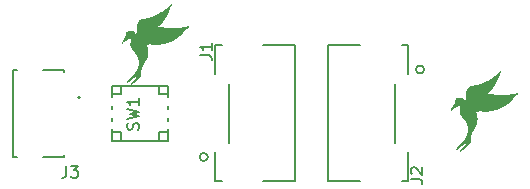
<source format=gbr>
G04 #@! TF.GenerationSoftware,KiCad,Pcbnew,(5.1.9)-1*
G04 #@! TF.CreationDate,2021-02-21T20:56:49-08:00*
G04 #@! TF.ProjectId,AnalogFaderV2,416e616c-6f67-4466-9164-657256322e6b,rev?*
G04 #@! TF.SameCoordinates,Original*
G04 #@! TF.FileFunction,Legend,Top*
G04 #@! TF.FilePolarity,Positive*
%FSLAX46Y46*%
G04 Gerber Fmt 4.6, Leading zero omitted, Abs format (unit mm)*
G04 Created by KiCad (PCBNEW (5.1.9)-1) date 2021-02-21 20:56:49*
%MOMM*%
%LPD*%
G01*
G04 APERTURE LIST*
%ADD10C,0.010000*%
%ADD11C,0.150000*%
%ADD12C,0.127000*%
%ADD13C,0.200000*%
G04 APERTURE END LIST*
D10*
G36*
X143553765Y-66110995D02*
G01*
X143552457Y-66115222D01*
X143550811Y-66119620D01*
X143547970Y-66126975D01*
X143544618Y-66135933D01*
X143541841Y-66143554D01*
X143539212Y-66150481D01*
X143536840Y-66156011D01*
X143535198Y-66159051D01*
X143535084Y-66159185D01*
X143534868Y-66158368D01*
X143535812Y-66154572D01*
X143537726Y-66148485D01*
X143539187Y-66144231D01*
X143543456Y-66132464D01*
X143547265Y-66122636D01*
X143550419Y-66115209D01*
X143552723Y-66110645D01*
X143553864Y-66109362D01*
X143553765Y-66110995D01*
G37*
X143553765Y-66110995D02*
X143552457Y-66115222D01*
X143550811Y-66119620D01*
X143547970Y-66126975D01*
X143544618Y-66135933D01*
X143541841Y-66143554D01*
X143539212Y-66150481D01*
X143536840Y-66156011D01*
X143535198Y-66159051D01*
X143535084Y-66159185D01*
X143534868Y-66158368D01*
X143535812Y-66154572D01*
X143537726Y-66148485D01*
X143539187Y-66144231D01*
X143543456Y-66132464D01*
X143547265Y-66122636D01*
X143550419Y-66115209D01*
X143552723Y-66110645D01*
X143553864Y-66109362D01*
X143553765Y-66110995D01*
G36*
X147702954Y-62876460D02*
G01*
X147702954Y-62876472D01*
X147702135Y-62878421D01*
X147699810Y-62883471D01*
X147696176Y-62891207D01*
X147691429Y-62901214D01*
X147685766Y-62913075D01*
X147679385Y-62926376D01*
X147674403Y-62936719D01*
X147629281Y-63031551D01*
X147583768Y-63129746D01*
X147538090Y-63230808D01*
X147492470Y-63334239D01*
X147447132Y-63439545D01*
X147442615Y-63450177D01*
X147431569Y-63476287D01*
X147421815Y-63499541D01*
X147413067Y-63520657D01*
X147405037Y-63540356D01*
X147397440Y-63559355D01*
X147389990Y-63578373D01*
X147382400Y-63598130D01*
X147374383Y-63619344D01*
X147365654Y-63642734D01*
X147362069Y-63652400D01*
X147352422Y-63677601D01*
X147342180Y-63702626D01*
X147331109Y-63727961D01*
X147318978Y-63754096D01*
X147305553Y-63781516D01*
X147290603Y-63810711D01*
X147273895Y-63842167D01*
X147255878Y-63875139D01*
X147207922Y-63958029D01*
X147156384Y-64039729D01*
X147101487Y-64119927D01*
X147043457Y-64198310D01*
X146982519Y-64274565D01*
X146918897Y-64348380D01*
X146901051Y-64368111D01*
X146891334Y-64378892D01*
X146883964Y-64387466D01*
X146878522Y-64394382D01*
X146874588Y-64400193D01*
X146871743Y-64405450D01*
X146870531Y-64408203D01*
X146862151Y-64424871D01*
X146851583Y-64438822D01*
X146838322Y-64450590D01*
X146821860Y-64460711D01*
X146819816Y-64461754D01*
X146814652Y-64464552D01*
X146809421Y-64467896D01*
X146803665Y-64472162D01*
X146796922Y-64477728D01*
X146788736Y-64484970D01*
X146778645Y-64494266D01*
X146767880Y-64504394D01*
X146756806Y-64514725D01*
X146745636Y-64524874D01*
X146734991Y-64534298D01*
X146725488Y-64542454D01*
X146717746Y-64548800D01*
X146713781Y-64551822D01*
X146706330Y-64557611D01*
X146697146Y-64565369D01*
X146687199Y-64574243D01*
X146677461Y-64583378D01*
X146673564Y-64587190D01*
X146664498Y-64595917D01*
X146655084Y-64604508D01*
X146646199Y-64612197D01*
X146638717Y-64618213D01*
X146635832Y-64620315D01*
X146629026Y-64625095D01*
X146620083Y-64631492D01*
X146609999Y-64638786D01*
X146599770Y-64646259D01*
X146596100Y-64648961D01*
X146570651Y-64667399D01*
X146545950Y-64684619D01*
X146522850Y-64700032D01*
X146512765Y-64706500D01*
X146493440Y-64718984D01*
X146476685Y-64730377D01*
X146462767Y-64740488D01*
X146451955Y-64749126D01*
X146448239Y-64752422D01*
X146437142Y-64762696D01*
X146444329Y-64763902D01*
X146453338Y-64765360D01*
X146465612Y-64767270D01*
X146480546Y-64769541D01*
X146497536Y-64772087D01*
X146515977Y-64774818D01*
X146535262Y-64777646D01*
X146554788Y-64780483D01*
X146573950Y-64783240D01*
X146592141Y-64785829D01*
X146608759Y-64788161D01*
X146623196Y-64790148D01*
X146632247Y-64791362D01*
X146668553Y-64796020D01*
X146701847Y-64799996D01*
X146732948Y-64803358D01*
X146762679Y-64806171D01*
X146791861Y-64808504D01*
X146821315Y-64810423D01*
X146851864Y-64811996D01*
X146884328Y-64813289D01*
X146910670Y-64814123D01*
X146931823Y-64814774D01*
X146949776Y-64815434D01*
X146965232Y-64816152D01*
X146978899Y-64816974D01*
X146991481Y-64817947D01*
X147003685Y-64819119D01*
X147016217Y-64820537D01*
X147026923Y-64821875D01*
X147120591Y-64833394D01*
X147211443Y-64843381D01*
X147300239Y-64851883D01*
X147387735Y-64858951D01*
X147474691Y-64864634D01*
X147561863Y-64868980D01*
X147650011Y-64872040D01*
X147739892Y-64873862D01*
X147832264Y-64874495D01*
X147837770Y-64874496D01*
X147906264Y-64874207D01*
X147971721Y-64873333D01*
X148034976Y-64871842D01*
X148096859Y-64869702D01*
X148158204Y-64866880D01*
X148219843Y-64863342D01*
X148282609Y-64859057D01*
X148336000Y-64854922D01*
X148376893Y-64851429D01*
X148418835Y-64847525D01*
X148461483Y-64843257D01*
X148504491Y-64838670D01*
X148547515Y-64833811D01*
X148590208Y-64828724D01*
X148632227Y-64823457D01*
X148673225Y-64818054D01*
X148712859Y-64812563D01*
X148750782Y-64807027D01*
X148786650Y-64801494D01*
X148820118Y-64796010D01*
X148850841Y-64790619D01*
X148878474Y-64785369D01*
X148902671Y-64780305D01*
X148910185Y-64778603D01*
X148943742Y-64771078D01*
X148978086Y-64763845D01*
X149012115Y-64757121D01*
X149044726Y-64751122D01*
X149074818Y-64746065D01*
X149077485Y-64745645D01*
X149091490Y-64743407D01*
X149106134Y-64740987D01*
X149120245Y-64738585D01*
X149132655Y-64736399D01*
X149140985Y-64734861D01*
X149153504Y-64732712D01*
X149163406Y-64731520D01*
X149170217Y-64731338D01*
X149171950Y-64731555D01*
X149178492Y-64732916D01*
X149169019Y-64739619D01*
X149158114Y-64747478D01*
X149144782Y-64757319D01*
X149129637Y-64768672D01*
X149113297Y-64781067D01*
X149096376Y-64794035D01*
X149079491Y-64807105D01*
X149063257Y-64819808D01*
X149048290Y-64831675D01*
X149047200Y-64832547D01*
X148969485Y-64896991D01*
X148894103Y-64964085D01*
X148820829Y-65034051D01*
X148749433Y-65107112D01*
X148679689Y-65183491D01*
X148631011Y-65239900D01*
X148611291Y-65262779D01*
X148589143Y-65287579D01*
X148565135Y-65313709D01*
X148539833Y-65340578D01*
X148513803Y-65367598D01*
X148487613Y-65394176D01*
X148461829Y-65419723D01*
X148437018Y-65443648D01*
X148420993Y-65458689D01*
X148346160Y-65525872D01*
X148270663Y-65589333D01*
X148194529Y-65649054D01*
X148117783Y-65705020D01*
X148040455Y-65757212D01*
X147962570Y-65805613D01*
X147884156Y-65850207D01*
X147805240Y-65890976D01*
X147725849Y-65927903D01*
X147646010Y-65960971D01*
X147596400Y-65979491D01*
X147557009Y-65993097D01*
X147515594Y-66006501D01*
X147473306Y-66019360D01*
X147431302Y-66031332D01*
X147390733Y-66042075D01*
X147362008Y-66049103D01*
X147350347Y-66052010D01*
X147336015Y-66055846D01*
X147320052Y-66060317D01*
X147303498Y-66065128D01*
X147287393Y-66069987D01*
X147279947Y-66072306D01*
X147190789Y-66099020D01*
X147102671Y-66122568D01*
X147015000Y-66143058D01*
X146927183Y-66160599D01*
X146838629Y-66175301D01*
X146748745Y-66187270D01*
X146656938Y-66196618D01*
X146567770Y-66203146D01*
X146550032Y-66204041D01*
X146529082Y-66204813D01*
X146505614Y-66205456D01*
X146480322Y-66205964D01*
X146453899Y-66206331D01*
X146427040Y-66206551D01*
X146400439Y-66206619D01*
X146374788Y-66206528D01*
X146350783Y-66206274D01*
X146329117Y-66205849D01*
X146311816Y-66205301D01*
X146223676Y-66200675D01*
X146138024Y-66193811D01*
X146054094Y-66184634D01*
X145971121Y-66173071D01*
X145958254Y-66171053D01*
X145918116Y-66164666D01*
X145895271Y-66169119D01*
X145851331Y-66179228D01*
X145807485Y-66192310D01*
X145764336Y-66208103D01*
X145722490Y-66226348D01*
X145682552Y-66246785D01*
X145645129Y-66269151D01*
X145616036Y-66289272D01*
X145602468Y-66299330D01*
X145606566Y-66305458D01*
X145614760Y-66320604D01*
X145620623Y-66337525D01*
X145623704Y-66354750D01*
X145624062Y-66362381D01*
X145624441Y-66368871D01*
X145625718Y-66376079D01*
X145628105Y-66384883D01*
X145631811Y-66396156D01*
X145633010Y-66399582D01*
X145652387Y-66459234D01*
X145669321Y-66521373D01*
X145683702Y-66585351D01*
X145695422Y-66650519D01*
X145704369Y-66716230D01*
X145710435Y-66781836D01*
X145713510Y-66846689D01*
X145713891Y-66877223D01*
X145712131Y-66947961D01*
X145706805Y-67019531D01*
X145698008Y-67091398D01*
X145685834Y-67163023D01*
X145670378Y-67233868D01*
X145651732Y-67303397D01*
X145629992Y-67371071D01*
X145624961Y-67385223D01*
X145620376Y-67397865D01*
X145616260Y-67409040D01*
X145612428Y-67419096D01*
X145608694Y-67428380D01*
X145604873Y-67437241D01*
X145600781Y-67446024D01*
X145596233Y-67455077D01*
X145591043Y-67464748D01*
X145585027Y-67475384D01*
X145577999Y-67487332D01*
X145569775Y-67500939D01*
X145560170Y-67516552D01*
X145548998Y-67534520D01*
X145536075Y-67555189D01*
X145525046Y-67572793D01*
X145498857Y-67614615D01*
X145474660Y-67653325D01*
X145452346Y-67689105D01*
X145431807Y-67722137D01*
X145412935Y-67752604D01*
X145395620Y-67780689D01*
X145379755Y-67806573D01*
X145365231Y-67830441D01*
X145351939Y-67852473D01*
X145339770Y-67872853D01*
X145328617Y-67891763D01*
X145318371Y-67909385D01*
X145308922Y-67925903D01*
X145300164Y-67941499D01*
X145291986Y-67956354D01*
X145284282Y-67970653D01*
X145276941Y-67984577D01*
X145269856Y-67998309D01*
X145262918Y-68012031D01*
X145257869Y-68022177D01*
X145247567Y-68043222D01*
X145238725Y-68061825D01*
X145230914Y-68078968D01*
X145223706Y-68095629D01*
X145216671Y-68112790D01*
X145209382Y-68131430D01*
X145204598Y-68144025D01*
X145185445Y-68199673D01*
X145168911Y-68257731D01*
X145155082Y-68317632D01*
X145144046Y-68378807D01*
X145135891Y-68440688D01*
X145130706Y-68502708D01*
X145128579Y-68564298D01*
X145129597Y-68624891D01*
X145129709Y-68627380D01*
X145130409Y-68642650D01*
X145131125Y-68658371D01*
X145131812Y-68673558D01*
X145132427Y-68687225D01*
X145132923Y-68698389D01*
X145133086Y-68702109D01*
X145132836Y-68740424D01*
X145128731Y-68778588D01*
X145120763Y-68816616D01*
X145108926Y-68854522D01*
X145093214Y-68892321D01*
X145073621Y-68930029D01*
X145050140Y-68967660D01*
X145022765Y-69005229D01*
X144991490Y-69042750D01*
X144985986Y-69048903D01*
X144943584Y-69094692D01*
X144902006Y-69137179D01*
X144860796Y-69176754D01*
X144819502Y-69213807D01*
X144777668Y-69248728D01*
X144734840Y-69281908D01*
X144690563Y-69313737D01*
X144644383Y-69344605D01*
X144633462Y-69351599D01*
X144618607Y-69361103D01*
X144604954Y-69369998D01*
X144591921Y-69378688D01*
X144578927Y-69387577D01*
X144565393Y-69397071D01*
X144550736Y-69407573D01*
X144534377Y-69419488D01*
X144515735Y-69433220D01*
X144507502Y-69439317D01*
X144487058Y-69454483D01*
X144469439Y-69467573D01*
X144454325Y-69478829D01*
X144441397Y-69488494D01*
X144430333Y-69496811D01*
X144420814Y-69504022D01*
X144412521Y-69510370D01*
X144405131Y-69516097D01*
X144398327Y-69521445D01*
X144391786Y-69526659D01*
X144385190Y-69531979D01*
X144384725Y-69532356D01*
X144370789Y-69543645D01*
X144359504Y-69552750D01*
X144350495Y-69559963D01*
X144343384Y-69565571D01*
X144337796Y-69569864D01*
X144333355Y-69573131D01*
X144329686Y-69575662D01*
X144326413Y-69577746D01*
X144323539Y-69579453D01*
X144316779Y-69583218D01*
X144312910Y-69584931D01*
X144311567Y-69584700D01*
X144312279Y-69582812D01*
X144314476Y-69579736D01*
X144318822Y-69574198D01*
X144324908Y-69566691D01*
X144332325Y-69557705D01*
X144340663Y-69547734D01*
X144349515Y-69537269D01*
X144358469Y-69526803D01*
X144367118Y-69516826D01*
X144367935Y-69515893D01*
X144377656Y-69505078D01*
X144389600Y-69492260D01*
X144403188Y-69478021D01*
X144417843Y-69462943D01*
X144432988Y-69447609D01*
X144448046Y-69432603D01*
X144462439Y-69418505D01*
X144475590Y-69405900D01*
X144486922Y-69395370D01*
X144490831Y-69391855D01*
X144503888Y-69379835D01*
X144519014Y-69365170D01*
X144535838Y-69348265D01*
X144553990Y-69329527D01*
X144573098Y-69309362D01*
X144592791Y-69288177D01*
X144612699Y-69266378D01*
X144632450Y-69244372D01*
X144651673Y-69222564D01*
X144669998Y-69201362D01*
X144687054Y-69181171D01*
X144702469Y-69162399D01*
X144715873Y-69145451D01*
X144716481Y-69144662D01*
X144750315Y-69097966D01*
X144782468Y-69048057D01*
X144812748Y-68995336D01*
X144840960Y-68940204D01*
X144866911Y-68883061D01*
X144890407Y-68824309D01*
X144911255Y-68764348D01*
X144929130Y-68704070D01*
X144932629Y-68690939D01*
X144936151Y-68677329D01*
X144939555Y-68663821D01*
X144942700Y-68651000D01*
X144945446Y-68639450D01*
X144947653Y-68629754D01*
X144949180Y-68622497D01*
X144949886Y-68618261D01*
X144949917Y-68617675D01*
X144949310Y-68618394D01*
X144947706Y-68622198D01*
X144945348Y-68628470D01*
X144942481Y-68636590D01*
X144942456Y-68636662D01*
X144926654Y-68677440D01*
X144908119Y-68715691D01*
X144886702Y-68751613D01*
X144862254Y-68785403D01*
X144834625Y-68817257D01*
X144803666Y-68847374D01*
X144769226Y-68875951D01*
X144750693Y-68889697D01*
X144733530Y-68901559D01*
X144715772Y-68912955D01*
X144696772Y-68924259D01*
X144675883Y-68935847D01*
X144652456Y-68948094D01*
X144632485Y-68958107D01*
X144568697Y-68991532D01*
X144504850Y-69028814D01*
X144441016Y-69069906D01*
X144377267Y-69114757D01*
X144313675Y-69163321D01*
X144250310Y-69215549D01*
X144247736Y-69217752D01*
X144233579Y-69229853D01*
X144218017Y-69243094D01*
X144201941Y-69256722D01*
X144186240Y-69269984D01*
X144171807Y-69282125D01*
X144160631Y-69291474D01*
X144147430Y-69302518D01*
X144135737Y-69312410D01*
X144124974Y-69321664D01*
X144114563Y-69330792D01*
X144103927Y-69340311D01*
X144092490Y-69350733D01*
X144079673Y-69362572D01*
X144064900Y-69376344D01*
X144056605Y-69384109D01*
X144045389Y-69394499D01*
X144034284Y-69404561D01*
X144023672Y-69413972D01*
X144013933Y-69422408D01*
X144005448Y-69429544D01*
X143998596Y-69435057D01*
X143993760Y-69438622D01*
X143991319Y-69439914D01*
X143991144Y-69439865D01*
X143991879Y-69437943D01*
X143994873Y-69433355D01*
X143999869Y-69426424D01*
X144006608Y-69417472D01*
X144014833Y-69406821D01*
X144024285Y-69394794D01*
X144034706Y-69381713D01*
X144045839Y-69367902D01*
X144057426Y-69353682D01*
X144069207Y-69339377D01*
X144080926Y-69325308D01*
X144092324Y-69311798D01*
X144103144Y-69299170D01*
X144110048Y-69291241D01*
X144125923Y-69273426D01*
X144144612Y-69252957D01*
X144166120Y-69229831D01*
X144190448Y-69204044D01*
X144217601Y-69175594D01*
X144247580Y-69144477D01*
X144280390Y-69110690D01*
X144316032Y-69074231D01*
X144354511Y-69035095D01*
X144392966Y-68996170D01*
X144404351Y-68984663D01*
X144414829Y-68974043D01*
X144424567Y-68964117D01*
X144433733Y-68954694D01*
X144442493Y-68945579D01*
X144451015Y-68936582D01*
X144459466Y-68927509D01*
X144468014Y-68918169D01*
X144476826Y-68908368D01*
X144486068Y-68897915D01*
X144495909Y-68886617D01*
X144506515Y-68874282D01*
X144518053Y-68860717D01*
X144530692Y-68845730D01*
X144544598Y-68829129D01*
X144559938Y-68810720D01*
X144576880Y-68790313D01*
X144595591Y-68767713D01*
X144616238Y-68742730D01*
X144638988Y-68715170D01*
X144664009Y-68684842D01*
X144671518Y-68675739D01*
X144687876Y-68654822D01*
X144705424Y-68630303D01*
X144718220Y-68611099D01*
X144950139Y-68611099D01*
X144950498Y-68613633D01*
X144951165Y-68613663D01*
X144951632Y-68611048D01*
X144951320Y-68609919D01*
X144950452Y-68609179D01*
X144950139Y-68611099D01*
X144718220Y-68611099D01*
X144723319Y-68603447D01*
X144951939Y-68603447D01*
X144952916Y-68604423D01*
X144953893Y-68603447D01*
X144952916Y-68602470D01*
X144951939Y-68603447D01*
X144723319Y-68603447D01*
X144724097Y-68602280D01*
X144743828Y-68570850D01*
X144753061Y-68555577D01*
X144793222Y-68485317D01*
X144829772Y-68414937D01*
X144862682Y-68344519D01*
X144891923Y-68274147D01*
X144917466Y-68203904D01*
X144939283Y-68133873D01*
X144957345Y-68064137D01*
X144971624Y-67994779D01*
X144982089Y-67925883D01*
X144987080Y-67878570D01*
X144987702Y-67869871D01*
X144988350Y-67858146D01*
X144988988Y-67844278D01*
X144989576Y-67829148D01*
X144990076Y-67813638D01*
X144990323Y-67804323D01*
X144990111Y-67733058D01*
X144986100Y-67661365D01*
X144978335Y-67589512D01*
X144966862Y-67517766D01*
X144951728Y-67446393D01*
X144932978Y-67375660D01*
X144910657Y-67305834D01*
X144898749Y-67272877D01*
X144890807Y-67253173D01*
X144880803Y-67230778D01*
X144868981Y-67206156D01*
X144855584Y-67179769D01*
X144840859Y-67152081D01*
X144825049Y-67123556D01*
X144808398Y-67094655D01*
X144791152Y-67065843D01*
X144779679Y-67047288D01*
X144768969Y-67030382D01*
X144758974Y-67015065D01*
X144749296Y-67000809D01*
X144739537Y-66987086D01*
X144729299Y-66973370D01*
X144718185Y-66959133D01*
X144705796Y-66943847D01*
X144691735Y-66926985D01*
X144675603Y-66908020D01*
X144667428Y-66898502D01*
X144657850Y-66887379D01*
X144646340Y-66874014D01*
X144633515Y-66859124D01*
X144619994Y-66843426D01*
X144606394Y-66827638D01*
X144593335Y-66812479D01*
X144587490Y-66805694D01*
X144564465Y-66778840D01*
X144543801Y-66754453D01*
X144525184Y-66732150D01*
X144508303Y-66711549D01*
X144492842Y-66692267D01*
X144478491Y-66673920D01*
X144464935Y-66656127D01*
X144461564Y-66651627D01*
X144432733Y-66611956D01*
X144406950Y-66574175D01*
X144384063Y-66537934D01*
X144363919Y-66502883D01*
X144346365Y-66468672D01*
X144331247Y-66434951D01*
X144318414Y-66401371D01*
X144307710Y-66367581D01*
X144298985Y-66333231D01*
X144292084Y-66297973D01*
X144286854Y-66261454D01*
X144285468Y-66249062D01*
X144284511Y-66236902D01*
X144283804Y-66221738D01*
X144283348Y-66204466D01*
X144283142Y-66185984D01*
X144283188Y-66167187D01*
X144283483Y-66148970D01*
X144284030Y-66132231D01*
X144284827Y-66117865D01*
X144285468Y-66110339D01*
X144293732Y-66048608D01*
X144305874Y-65987285D01*
X144321880Y-65926437D01*
X144332743Y-65891945D01*
X144336861Y-65880086D01*
X144342057Y-65865850D01*
X144347987Y-65850113D01*
X144354310Y-65833751D01*
X144360684Y-65817641D01*
X144366765Y-65802659D01*
X144372212Y-65789680D01*
X144376376Y-65780246D01*
X144379489Y-65772992D01*
X144381687Y-65766955D01*
X144382637Y-65763092D01*
X144382594Y-65762375D01*
X144380504Y-65760753D01*
X144375533Y-65758160D01*
X144368464Y-65754976D01*
X144361524Y-65752142D01*
X144325094Y-65739699D01*
X144287503Y-65730294D01*
X144249495Y-65724054D01*
X144211815Y-65721108D01*
X144181647Y-65721241D01*
X144163433Y-65722405D01*
X144144986Y-65724242D01*
X144126962Y-65726640D01*
X144110015Y-65729483D01*
X144094800Y-65732658D01*
X144081971Y-65736052D01*
X144072183Y-65739551D01*
X144069777Y-65740686D01*
X144063187Y-65743606D01*
X144055198Y-65746525D01*
X144051195Y-65747766D01*
X144046102Y-65749461D01*
X144041714Y-65751700D01*
X144037213Y-65755096D01*
X144031779Y-65760263D01*
X144024944Y-65767439D01*
X144003709Y-65788936D01*
X143981120Y-65809461D01*
X143957938Y-65828395D01*
X143934923Y-65845120D01*
X143912836Y-65859017D01*
X143911150Y-65859978D01*
X143902045Y-65864985D01*
X143892618Y-65869857D01*
X143882411Y-65874794D01*
X143870967Y-65879997D01*
X143857828Y-65885666D01*
X143842535Y-65892003D01*
X143824632Y-65899209D01*
X143803660Y-65907484D01*
X143796239Y-65910386D01*
X143771654Y-65920132D01*
X143750353Y-65928921D01*
X143731892Y-65936963D01*
X143715824Y-65944466D01*
X143701705Y-65951640D01*
X143689089Y-65958693D01*
X143677531Y-65965834D01*
X143676077Y-65966783D01*
X143651508Y-65984297D01*
X143629697Y-66002899D01*
X143610060Y-66023221D01*
X143592014Y-66045894D01*
X143574976Y-66071551D01*
X143567328Y-66084506D01*
X143562705Y-66092520D01*
X143558866Y-66099007D01*
X143556168Y-66103376D01*
X143554968Y-66105036D01*
X143554939Y-66105004D01*
X143555685Y-66102643D01*
X143557768Y-66097252D01*
X143560956Y-66089380D01*
X143565018Y-66079576D01*
X143569722Y-66068389D01*
X143574835Y-66056367D01*
X143580125Y-66044059D01*
X143585361Y-66032014D01*
X143590311Y-66020781D01*
X143594151Y-66012214D01*
X143627587Y-65942391D01*
X143664353Y-65873119D01*
X143704103Y-65804948D01*
X143746492Y-65738430D01*
X143791172Y-65674116D01*
X143837800Y-65612557D01*
X143868127Y-65575310D01*
X143887501Y-65552188D01*
X143889420Y-65537827D01*
X143890345Y-65527362D01*
X143889889Y-65517975D01*
X143888395Y-65509171D01*
X143883156Y-65474649D01*
X143881384Y-65439376D01*
X143883028Y-65403981D01*
X143888040Y-65369093D01*
X143896369Y-65335340D01*
X143903974Y-65313170D01*
X143918899Y-65279821D01*
X143937070Y-65248555D01*
X143958315Y-65219557D01*
X143982461Y-65193016D01*
X144009337Y-65169118D01*
X144038771Y-65148051D01*
X144070590Y-65130001D01*
X144073685Y-65128472D01*
X144101227Y-65116268D01*
X144128379Y-65106872D01*
X144156149Y-65100027D01*
X144185547Y-65095476D01*
X144211349Y-65093287D01*
X144224009Y-65092545D01*
X144237335Y-65091754D01*
X144249911Y-65090999D01*
X144260322Y-65090364D01*
X144262231Y-65090246D01*
X144291657Y-65090019D01*
X144322705Y-65092757D01*
X144354651Y-65098302D01*
X144386770Y-65106494D01*
X144418338Y-65117173D01*
X144448632Y-65130180D01*
X144452823Y-65132224D01*
X144478236Y-65145951D01*
X144499947Y-65160144D01*
X144518149Y-65174937D01*
X144527636Y-65184339D01*
X144536249Y-65194289D01*
X144544013Y-65204877D01*
X144551386Y-65216856D01*
X144558824Y-65230977D01*
X144566786Y-65247994D01*
X144568086Y-65250915D01*
X144577366Y-65271270D01*
X144585862Y-65288378D01*
X144593938Y-65302727D01*
X144601961Y-65314805D01*
X144610295Y-65325101D01*
X144619307Y-65334102D01*
X144629361Y-65342295D01*
X144640823Y-65350169D01*
X144643905Y-65352116D01*
X144657885Y-65360824D01*
X144672539Y-65359169D01*
X144682321Y-65357598D01*
X144692936Y-65355187D01*
X144700626Y-65352927D01*
X144706778Y-65350662D01*
X144711599Y-65348274D01*
X144715998Y-65345078D01*
X144720883Y-65340390D01*
X144727164Y-65333524D01*
X144728755Y-65331731D01*
X144757484Y-65296665D01*
X144783029Y-65260091D01*
X144805305Y-65222236D01*
X144824225Y-65183328D01*
X144839703Y-65143593D01*
X144851655Y-65103258D01*
X144859993Y-65062550D01*
X144864632Y-65021696D01*
X144865487Y-64980922D01*
X144865123Y-64971247D01*
X144864399Y-64957823D01*
X144863556Y-64945189D01*
X144862524Y-64932703D01*
X144861233Y-64919725D01*
X144859614Y-64905612D01*
X144857595Y-64889724D01*
X144855108Y-64871419D01*
X144852081Y-64850056D01*
X144851244Y-64844247D01*
X144847659Y-64819019D01*
X144844686Y-64797098D01*
X144842274Y-64777939D01*
X144840371Y-64760997D01*
X144838927Y-64745728D01*
X144837889Y-64731586D01*
X144837206Y-64718028D01*
X144836827Y-64704510D01*
X144836701Y-64690485D01*
X144836700Y-64690304D01*
X144836881Y-64669747D01*
X144837546Y-64651879D01*
X144838811Y-64635499D01*
X144840789Y-64619404D01*
X144843594Y-64602395D01*
X144846513Y-64587316D01*
X144857466Y-64542349D01*
X144871845Y-64498001D01*
X144889451Y-64454540D01*
X144910082Y-64412234D01*
X144933536Y-64371351D01*
X144959613Y-64332160D01*
X144988111Y-64294929D01*
X145018830Y-64259926D01*
X145051568Y-64227418D01*
X145086124Y-64197675D01*
X145122297Y-64170965D01*
X145159886Y-64147555D01*
X145187061Y-64133212D01*
X145208409Y-64123164D01*
X145227897Y-64114911D01*
X145246835Y-64107961D01*
X145266530Y-64101821D01*
X145280851Y-64097903D01*
X145294042Y-64094582D01*
X145306981Y-64091612D01*
X145320074Y-64088939D01*
X145333727Y-64086512D01*
X145348348Y-64084278D01*
X145364340Y-64082185D01*
X145382112Y-64080181D01*
X145402069Y-64078214D01*
X145424616Y-64076231D01*
X145450161Y-64074180D01*
X145479110Y-64072009D01*
X145486316Y-64071486D01*
X145514829Y-64069392D01*
X145539909Y-64067455D01*
X145562024Y-64065605D01*
X145581643Y-64063770D01*
X145599232Y-64061881D01*
X145615261Y-64059867D01*
X145630197Y-64057657D01*
X145644508Y-64055182D01*
X145658663Y-64052369D01*
X145673129Y-64049150D01*
X145688374Y-64045453D01*
X145704867Y-64041208D01*
X145723076Y-64036344D01*
X145727437Y-64035163D01*
X145751328Y-64028476D01*
X145778409Y-64020536D01*
X145808220Y-64011491D01*
X145840304Y-64001493D01*
X145874204Y-63990691D01*
X145909462Y-63979235D01*
X145945618Y-63967276D01*
X145982217Y-63954964D01*
X146018800Y-63942448D01*
X146054908Y-63929879D01*
X146090085Y-63917406D01*
X146123270Y-63905401D01*
X146207979Y-63872859D01*
X146293962Y-63836748D01*
X146381095Y-63797148D01*
X146469252Y-63754141D01*
X146558308Y-63707807D01*
X146648138Y-63658225D01*
X146738619Y-63605476D01*
X146829624Y-63549640D01*
X146921028Y-63490799D01*
X147012708Y-63429031D01*
X147104539Y-63364417D01*
X147196394Y-63297039D01*
X147288150Y-63226975D01*
X147379682Y-63154306D01*
X147470864Y-63079113D01*
X147561572Y-63001475D01*
X147648125Y-62924687D01*
X147662188Y-62911994D01*
X147673623Y-62901685D01*
X147682701Y-62893521D01*
X147689692Y-62887264D01*
X147694866Y-62882677D01*
X147698494Y-62879521D01*
X147700846Y-62877560D01*
X147702193Y-62876554D01*
X147702806Y-62876267D01*
X147702954Y-62876460D01*
G37*
X147702954Y-62876460D02*
X147702954Y-62876472D01*
X147702135Y-62878421D01*
X147699810Y-62883471D01*
X147696176Y-62891207D01*
X147691429Y-62901214D01*
X147685766Y-62913075D01*
X147679385Y-62926376D01*
X147674403Y-62936719D01*
X147629281Y-63031551D01*
X147583768Y-63129746D01*
X147538090Y-63230808D01*
X147492470Y-63334239D01*
X147447132Y-63439545D01*
X147442615Y-63450177D01*
X147431569Y-63476287D01*
X147421815Y-63499541D01*
X147413067Y-63520657D01*
X147405037Y-63540356D01*
X147397440Y-63559355D01*
X147389990Y-63578373D01*
X147382400Y-63598130D01*
X147374383Y-63619344D01*
X147365654Y-63642734D01*
X147362069Y-63652400D01*
X147352422Y-63677601D01*
X147342180Y-63702626D01*
X147331109Y-63727961D01*
X147318978Y-63754096D01*
X147305553Y-63781516D01*
X147290603Y-63810711D01*
X147273895Y-63842167D01*
X147255878Y-63875139D01*
X147207922Y-63958029D01*
X147156384Y-64039729D01*
X147101487Y-64119927D01*
X147043457Y-64198310D01*
X146982519Y-64274565D01*
X146918897Y-64348380D01*
X146901051Y-64368111D01*
X146891334Y-64378892D01*
X146883964Y-64387466D01*
X146878522Y-64394382D01*
X146874588Y-64400193D01*
X146871743Y-64405450D01*
X146870531Y-64408203D01*
X146862151Y-64424871D01*
X146851583Y-64438822D01*
X146838322Y-64450590D01*
X146821860Y-64460711D01*
X146819816Y-64461754D01*
X146814652Y-64464552D01*
X146809421Y-64467896D01*
X146803665Y-64472162D01*
X146796922Y-64477728D01*
X146788736Y-64484970D01*
X146778645Y-64494266D01*
X146767880Y-64504394D01*
X146756806Y-64514725D01*
X146745636Y-64524874D01*
X146734991Y-64534298D01*
X146725488Y-64542454D01*
X146717746Y-64548800D01*
X146713781Y-64551822D01*
X146706330Y-64557611D01*
X146697146Y-64565369D01*
X146687199Y-64574243D01*
X146677461Y-64583378D01*
X146673564Y-64587190D01*
X146664498Y-64595917D01*
X146655084Y-64604508D01*
X146646199Y-64612197D01*
X146638717Y-64618213D01*
X146635832Y-64620315D01*
X146629026Y-64625095D01*
X146620083Y-64631492D01*
X146609999Y-64638786D01*
X146599770Y-64646259D01*
X146596100Y-64648961D01*
X146570651Y-64667399D01*
X146545950Y-64684619D01*
X146522850Y-64700032D01*
X146512765Y-64706500D01*
X146493440Y-64718984D01*
X146476685Y-64730377D01*
X146462767Y-64740488D01*
X146451955Y-64749126D01*
X146448239Y-64752422D01*
X146437142Y-64762696D01*
X146444329Y-64763902D01*
X146453338Y-64765360D01*
X146465612Y-64767270D01*
X146480546Y-64769541D01*
X146497536Y-64772087D01*
X146515977Y-64774818D01*
X146535262Y-64777646D01*
X146554788Y-64780483D01*
X146573950Y-64783240D01*
X146592141Y-64785829D01*
X146608759Y-64788161D01*
X146623196Y-64790148D01*
X146632247Y-64791362D01*
X146668553Y-64796020D01*
X146701847Y-64799996D01*
X146732948Y-64803358D01*
X146762679Y-64806171D01*
X146791861Y-64808504D01*
X146821315Y-64810423D01*
X146851864Y-64811996D01*
X146884328Y-64813289D01*
X146910670Y-64814123D01*
X146931823Y-64814774D01*
X146949776Y-64815434D01*
X146965232Y-64816152D01*
X146978899Y-64816974D01*
X146991481Y-64817947D01*
X147003685Y-64819119D01*
X147016217Y-64820537D01*
X147026923Y-64821875D01*
X147120591Y-64833394D01*
X147211443Y-64843381D01*
X147300239Y-64851883D01*
X147387735Y-64858951D01*
X147474691Y-64864634D01*
X147561863Y-64868980D01*
X147650011Y-64872040D01*
X147739892Y-64873862D01*
X147832264Y-64874495D01*
X147837770Y-64874496D01*
X147906264Y-64874207D01*
X147971721Y-64873333D01*
X148034976Y-64871842D01*
X148096859Y-64869702D01*
X148158204Y-64866880D01*
X148219843Y-64863342D01*
X148282609Y-64859057D01*
X148336000Y-64854922D01*
X148376893Y-64851429D01*
X148418835Y-64847525D01*
X148461483Y-64843257D01*
X148504491Y-64838670D01*
X148547515Y-64833811D01*
X148590208Y-64828724D01*
X148632227Y-64823457D01*
X148673225Y-64818054D01*
X148712859Y-64812563D01*
X148750782Y-64807027D01*
X148786650Y-64801494D01*
X148820118Y-64796010D01*
X148850841Y-64790619D01*
X148878474Y-64785369D01*
X148902671Y-64780305D01*
X148910185Y-64778603D01*
X148943742Y-64771078D01*
X148978086Y-64763845D01*
X149012115Y-64757121D01*
X149044726Y-64751122D01*
X149074818Y-64746065D01*
X149077485Y-64745645D01*
X149091490Y-64743407D01*
X149106134Y-64740987D01*
X149120245Y-64738585D01*
X149132655Y-64736399D01*
X149140985Y-64734861D01*
X149153504Y-64732712D01*
X149163406Y-64731520D01*
X149170217Y-64731338D01*
X149171950Y-64731555D01*
X149178492Y-64732916D01*
X149169019Y-64739619D01*
X149158114Y-64747478D01*
X149144782Y-64757319D01*
X149129637Y-64768672D01*
X149113297Y-64781067D01*
X149096376Y-64794035D01*
X149079491Y-64807105D01*
X149063257Y-64819808D01*
X149048290Y-64831675D01*
X149047200Y-64832547D01*
X148969485Y-64896991D01*
X148894103Y-64964085D01*
X148820829Y-65034051D01*
X148749433Y-65107112D01*
X148679689Y-65183491D01*
X148631011Y-65239900D01*
X148611291Y-65262779D01*
X148589143Y-65287579D01*
X148565135Y-65313709D01*
X148539833Y-65340578D01*
X148513803Y-65367598D01*
X148487613Y-65394176D01*
X148461829Y-65419723D01*
X148437018Y-65443648D01*
X148420993Y-65458689D01*
X148346160Y-65525872D01*
X148270663Y-65589333D01*
X148194529Y-65649054D01*
X148117783Y-65705020D01*
X148040455Y-65757212D01*
X147962570Y-65805613D01*
X147884156Y-65850207D01*
X147805240Y-65890976D01*
X147725849Y-65927903D01*
X147646010Y-65960971D01*
X147596400Y-65979491D01*
X147557009Y-65993097D01*
X147515594Y-66006501D01*
X147473306Y-66019360D01*
X147431302Y-66031332D01*
X147390733Y-66042075D01*
X147362008Y-66049103D01*
X147350347Y-66052010D01*
X147336015Y-66055846D01*
X147320052Y-66060317D01*
X147303498Y-66065128D01*
X147287393Y-66069987D01*
X147279947Y-66072306D01*
X147190789Y-66099020D01*
X147102671Y-66122568D01*
X147015000Y-66143058D01*
X146927183Y-66160599D01*
X146838629Y-66175301D01*
X146748745Y-66187270D01*
X146656938Y-66196618D01*
X146567770Y-66203146D01*
X146550032Y-66204041D01*
X146529082Y-66204813D01*
X146505614Y-66205456D01*
X146480322Y-66205964D01*
X146453899Y-66206331D01*
X146427040Y-66206551D01*
X146400439Y-66206619D01*
X146374788Y-66206528D01*
X146350783Y-66206274D01*
X146329117Y-66205849D01*
X146311816Y-66205301D01*
X146223676Y-66200675D01*
X146138024Y-66193811D01*
X146054094Y-66184634D01*
X145971121Y-66173071D01*
X145958254Y-66171053D01*
X145918116Y-66164666D01*
X145895271Y-66169119D01*
X145851331Y-66179228D01*
X145807485Y-66192310D01*
X145764336Y-66208103D01*
X145722490Y-66226348D01*
X145682552Y-66246785D01*
X145645129Y-66269151D01*
X145616036Y-66289272D01*
X145602468Y-66299330D01*
X145606566Y-66305458D01*
X145614760Y-66320604D01*
X145620623Y-66337525D01*
X145623704Y-66354750D01*
X145624062Y-66362381D01*
X145624441Y-66368871D01*
X145625718Y-66376079D01*
X145628105Y-66384883D01*
X145631811Y-66396156D01*
X145633010Y-66399582D01*
X145652387Y-66459234D01*
X145669321Y-66521373D01*
X145683702Y-66585351D01*
X145695422Y-66650519D01*
X145704369Y-66716230D01*
X145710435Y-66781836D01*
X145713510Y-66846689D01*
X145713891Y-66877223D01*
X145712131Y-66947961D01*
X145706805Y-67019531D01*
X145698008Y-67091398D01*
X145685834Y-67163023D01*
X145670378Y-67233868D01*
X145651732Y-67303397D01*
X145629992Y-67371071D01*
X145624961Y-67385223D01*
X145620376Y-67397865D01*
X145616260Y-67409040D01*
X145612428Y-67419096D01*
X145608694Y-67428380D01*
X145604873Y-67437241D01*
X145600781Y-67446024D01*
X145596233Y-67455077D01*
X145591043Y-67464748D01*
X145585027Y-67475384D01*
X145577999Y-67487332D01*
X145569775Y-67500939D01*
X145560170Y-67516552D01*
X145548998Y-67534520D01*
X145536075Y-67555189D01*
X145525046Y-67572793D01*
X145498857Y-67614615D01*
X145474660Y-67653325D01*
X145452346Y-67689105D01*
X145431807Y-67722137D01*
X145412935Y-67752604D01*
X145395620Y-67780689D01*
X145379755Y-67806573D01*
X145365231Y-67830441D01*
X145351939Y-67852473D01*
X145339770Y-67872853D01*
X145328617Y-67891763D01*
X145318371Y-67909385D01*
X145308922Y-67925903D01*
X145300164Y-67941499D01*
X145291986Y-67956354D01*
X145284282Y-67970653D01*
X145276941Y-67984577D01*
X145269856Y-67998309D01*
X145262918Y-68012031D01*
X145257869Y-68022177D01*
X145247567Y-68043222D01*
X145238725Y-68061825D01*
X145230914Y-68078968D01*
X145223706Y-68095629D01*
X145216671Y-68112790D01*
X145209382Y-68131430D01*
X145204598Y-68144025D01*
X145185445Y-68199673D01*
X145168911Y-68257731D01*
X145155082Y-68317632D01*
X145144046Y-68378807D01*
X145135891Y-68440688D01*
X145130706Y-68502708D01*
X145128579Y-68564298D01*
X145129597Y-68624891D01*
X145129709Y-68627380D01*
X145130409Y-68642650D01*
X145131125Y-68658371D01*
X145131812Y-68673558D01*
X145132427Y-68687225D01*
X145132923Y-68698389D01*
X145133086Y-68702109D01*
X145132836Y-68740424D01*
X145128731Y-68778588D01*
X145120763Y-68816616D01*
X145108926Y-68854522D01*
X145093214Y-68892321D01*
X145073621Y-68930029D01*
X145050140Y-68967660D01*
X145022765Y-69005229D01*
X144991490Y-69042750D01*
X144985986Y-69048903D01*
X144943584Y-69094692D01*
X144902006Y-69137179D01*
X144860796Y-69176754D01*
X144819502Y-69213807D01*
X144777668Y-69248728D01*
X144734840Y-69281908D01*
X144690563Y-69313737D01*
X144644383Y-69344605D01*
X144633462Y-69351599D01*
X144618607Y-69361103D01*
X144604954Y-69369998D01*
X144591921Y-69378688D01*
X144578927Y-69387577D01*
X144565393Y-69397071D01*
X144550736Y-69407573D01*
X144534377Y-69419488D01*
X144515735Y-69433220D01*
X144507502Y-69439317D01*
X144487058Y-69454483D01*
X144469439Y-69467573D01*
X144454325Y-69478829D01*
X144441397Y-69488494D01*
X144430333Y-69496811D01*
X144420814Y-69504022D01*
X144412521Y-69510370D01*
X144405131Y-69516097D01*
X144398327Y-69521445D01*
X144391786Y-69526659D01*
X144385190Y-69531979D01*
X144384725Y-69532356D01*
X144370789Y-69543645D01*
X144359504Y-69552750D01*
X144350495Y-69559963D01*
X144343384Y-69565571D01*
X144337796Y-69569864D01*
X144333355Y-69573131D01*
X144329686Y-69575662D01*
X144326413Y-69577746D01*
X144323539Y-69579453D01*
X144316779Y-69583218D01*
X144312910Y-69584931D01*
X144311567Y-69584700D01*
X144312279Y-69582812D01*
X144314476Y-69579736D01*
X144318822Y-69574198D01*
X144324908Y-69566691D01*
X144332325Y-69557705D01*
X144340663Y-69547734D01*
X144349515Y-69537269D01*
X144358469Y-69526803D01*
X144367118Y-69516826D01*
X144367935Y-69515893D01*
X144377656Y-69505078D01*
X144389600Y-69492260D01*
X144403188Y-69478021D01*
X144417843Y-69462943D01*
X144432988Y-69447609D01*
X144448046Y-69432603D01*
X144462439Y-69418505D01*
X144475590Y-69405900D01*
X144486922Y-69395370D01*
X144490831Y-69391855D01*
X144503888Y-69379835D01*
X144519014Y-69365170D01*
X144535838Y-69348265D01*
X144553990Y-69329527D01*
X144573098Y-69309362D01*
X144592791Y-69288177D01*
X144612699Y-69266378D01*
X144632450Y-69244372D01*
X144651673Y-69222564D01*
X144669998Y-69201362D01*
X144687054Y-69181171D01*
X144702469Y-69162399D01*
X144715873Y-69145451D01*
X144716481Y-69144662D01*
X144750315Y-69097966D01*
X144782468Y-69048057D01*
X144812748Y-68995336D01*
X144840960Y-68940204D01*
X144866911Y-68883061D01*
X144890407Y-68824309D01*
X144911255Y-68764348D01*
X144929130Y-68704070D01*
X144932629Y-68690939D01*
X144936151Y-68677329D01*
X144939555Y-68663821D01*
X144942700Y-68651000D01*
X144945446Y-68639450D01*
X144947653Y-68629754D01*
X144949180Y-68622497D01*
X144949886Y-68618261D01*
X144949917Y-68617675D01*
X144949310Y-68618394D01*
X144947706Y-68622198D01*
X144945348Y-68628470D01*
X144942481Y-68636590D01*
X144942456Y-68636662D01*
X144926654Y-68677440D01*
X144908119Y-68715691D01*
X144886702Y-68751613D01*
X144862254Y-68785403D01*
X144834625Y-68817257D01*
X144803666Y-68847374D01*
X144769226Y-68875951D01*
X144750693Y-68889697D01*
X144733530Y-68901559D01*
X144715772Y-68912955D01*
X144696772Y-68924259D01*
X144675883Y-68935847D01*
X144652456Y-68948094D01*
X144632485Y-68958107D01*
X144568697Y-68991532D01*
X144504850Y-69028814D01*
X144441016Y-69069906D01*
X144377267Y-69114757D01*
X144313675Y-69163321D01*
X144250310Y-69215549D01*
X144247736Y-69217752D01*
X144233579Y-69229853D01*
X144218017Y-69243094D01*
X144201941Y-69256722D01*
X144186240Y-69269984D01*
X144171807Y-69282125D01*
X144160631Y-69291474D01*
X144147430Y-69302518D01*
X144135737Y-69312410D01*
X144124974Y-69321664D01*
X144114563Y-69330792D01*
X144103927Y-69340311D01*
X144092490Y-69350733D01*
X144079673Y-69362572D01*
X144064900Y-69376344D01*
X144056605Y-69384109D01*
X144045389Y-69394499D01*
X144034284Y-69404561D01*
X144023672Y-69413972D01*
X144013933Y-69422408D01*
X144005448Y-69429544D01*
X143998596Y-69435057D01*
X143993760Y-69438622D01*
X143991319Y-69439914D01*
X143991144Y-69439865D01*
X143991879Y-69437943D01*
X143994873Y-69433355D01*
X143999869Y-69426424D01*
X144006608Y-69417472D01*
X144014833Y-69406821D01*
X144024285Y-69394794D01*
X144034706Y-69381713D01*
X144045839Y-69367902D01*
X144057426Y-69353682D01*
X144069207Y-69339377D01*
X144080926Y-69325308D01*
X144092324Y-69311798D01*
X144103144Y-69299170D01*
X144110048Y-69291241D01*
X144125923Y-69273426D01*
X144144612Y-69252957D01*
X144166120Y-69229831D01*
X144190448Y-69204044D01*
X144217601Y-69175594D01*
X144247580Y-69144477D01*
X144280390Y-69110690D01*
X144316032Y-69074231D01*
X144354511Y-69035095D01*
X144392966Y-68996170D01*
X144404351Y-68984663D01*
X144414829Y-68974043D01*
X144424567Y-68964117D01*
X144433733Y-68954694D01*
X144442493Y-68945579D01*
X144451015Y-68936582D01*
X144459466Y-68927509D01*
X144468014Y-68918169D01*
X144476826Y-68908368D01*
X144486068Y-68897915D01*
X144495909Y-68886617D01*
X144506515Y-68874282D01*
X144518053Y-68860717D01*
X144530692Y-68845730D01*
X144544598Y-68829129D01*
X144559938Y-68810720D01*
X144576880Y-68790313D01*
X144595591Y-68767713D01*
X144616238Y-68742730D01*
X144638988Y-68715170D01*
X144664009Y-68684842D01*
X144671518Y-68675739D01*
X144687876Y-68654822D01*
X144705424Y-68630303D01*
X144718220Y-68611099D01*
X144950139Y-68611099D01*
X144950498Y-68613633D01*
X144951165Y-68613663D01*
X144951632Y-68611048D01*
X144951320Y-68609919D01*
X144950452Y-68609179D01*
X144950139Y-68611099D01*
X144718220Y-68611099D01*
X144723319Y-68603447D01*
X144951939Y-68603447D01*
X144952916Y-68604423D01*
X144953893Y-68603447D01*
X144952916Y-68602470D01*
X144951939Y-68603447D01*
X144723319Y-68603447D01*
X144724097Y-68602280D01*
X144743828Y-68570850D01*
X144753061Y-68555577D01*
X144793222Y-68485317D01*
X144829772Y-68414937D01*
X144862682Y-68344519D01*
X144891923Y-68274147D01*
X144917466Y-68203904D01*
X144939283Y-68133873D01*
X144957345Y-68064137D01*
X144971624Y-67994779D01*
X144982089Y-67925883D01*
X144987080Y-67878570D01*
X144987702Y-67869871D01*
X144988350Y-67858146D01*
X144988988Y-67844278D01*
X144989576Y-67829148D01*
X144990076Y-67813638D01*
X144990323Y-67804323D01*
X144990111Y-67733058D01*
X144986100Y-67661365D01*
X144978335Y-67589512D01*
X144966862Y-67517766D01*
X144951728Y-67446393D01*
X144932978Y-67375660D01*
X144910657Y-67305834D01*
X144898749Y-67272877D01*
X144890807Y-67253173D01*
X144880803Y-67230778D01*
X144868981Y-67206156D01*
X144855584Y-67179769D01*
X144840859Y-67152081D01*
X144825049Y-67123556D01*
X144808398Y-67094655D01*
X144791152Y-67065843D01*
X144779679Y-67047288D01*
X144768969Y-67030382D01*
X144758974Y-67015065D01*
X144749296Y-67000809D01*
X144739537Y-66987086D01*
X144729299Y-66973370D01*
X144718185Y-66959133D01*
X144705796Y-66943847D01*
X144691735Y-66926985D01*
X144675603Y-66908020D01*
X144667428Y-66898502D01*
X144657850Y-66887379D01*
X144646340Y-66874014D01*
X144633515Y-66859124D01*
X144619994Y-66843426D01*
X144606394Y-66827638D01*
X144593335Y-66812479D01*
X144587490Y-66805694D01*
X144564465Y-66778840D01*
X144543801Y-66754453D01*
X144525184Y-66732150D01*
X144508303Y-66711549D01*
X144492842Y-66692267D01*
X144478491Y-66673920D01*
X144464935Y-66656127D01*
X144461564Y-66651627D01*
X144432733Y-66611956D01*
X144406950Y-66574175D01*
X144384063Y-66537934D01*
X144363919Y-66502883D01*
X144346365Y-66468672D01*
X144331247Y-66434951D01*
X144318414Y-66401371D01*
X144307710Y-66367581D01*
X144298985Y-66333231D01*
X144292084Y-66297973D01*
X144286854Y-66261454D01*
X144285468Y-66249062D01*
X144284511Y-66236902D01*
X144283804Y-66221738D01*
X144283348Y-66204466D01*
X144283142Y-66185984D01*
X144283188Y-66167187D01*
X144283483Y-66148970D01*
X144284030Y-66132231D01*
X144284827Y-66117865D01*
X144285468Y-66110339D01*
X144293732Y-66048608D01*
X144305874Y-65987285D01*
X144321880Y-65926437D01*
X144332743Y-65891945D01*
X144336861Y-65880086D01*
X144342057Y-65865850D01*
X144347987Y-65850113D01*
X144354310Y-65833751D01*
X144360684Y-65817641D01*
X144366765Y-65802659D01*
X144372212Y-65789680D01*
X144376376Y-65780246D01*
X144379489Y-65772992D01*
X144381687Y-65766955D01*
X144382637Y-65763092D01*
X144382594Y-65762375D01*
X144380504Y-65760753D01*
X144375533Y-65758160D01*
X144368464Y-65754976D01*
X144361524Y-65752142D01*
X144325094Y-65739699D01*
X144287503Y-65730294D01*
X144249495Y-65724054D01*
X144211815Y-65721108D01*
X144181647Y-65721241D01*
X144163433Y-65722405D01*
X144144986Y-65724242D01*
X144126962Y-65726640D01*
X144110015Y-65729483D01*
X144094800Y-65732658D01*
X144081971Y-65736052D01*
X144072183Y-65739551D01*
X144069777Y-65740686D01*
X144063187Y-65743606D01*
X144055198Y-65746525D01*
X144051195Y-65747766D01*
X144046102Y-65749461D01*
X144041714Y-65751700D01*
X144037213Y-65755096D01*
X144031779Y-65760263D01*
X144024944Y-65767439D01*
X144003709Y-65788936D01*
X143981120Y-65809461D01*
X143957938Y-65828395D01*
X143934923Y-65845120D01*
X143912836Y-65859017D01*
X143911150Y-65859978D01*
X143902045Y-65864985D01*
X143892618Y-65869857D01*
X143882411Y-65874794D01*
X143870967Y-65879997D01*
X143857828Y-65885666D01*
X143842535Y-65892003D01*
X143824632Y-65899209D01*
X143803660Y-65907484D01*
X143796239Y-65910386D01*
X143771654Y-65920132D01*
X143750353Y-65928921D01*
X143731892Y-65936963D01*
X143715824Y-65944466D01*
X143701705Y-65951640D01*
X143689089Y-65958693D01*
X143677531Y-65965834D01*
X143676077Y-65966783D01*
X143651508Y-65984297D01*
X143629697Y-66002899D01*
X143610060Y-66023221D01*
X143592014Y-66045894D01*
X143574976Y-66071551D01*
X143567328Y-66084506D01*
X143562705Y-66092520D01*
X143558866Y-66099007D01*
X143556168Y-66103376D01*
X143554968Y-66105036D01*
X143554939Y-66105004D01*
X143555685Y-66102643D01*
X143557768Y-66097252D01*
X143560956Y-66089380D01*
X143565018Y-66079576D01*
X143569722Y-66068389D01*
X143574835Y-66056367D01*
X143580125Y-66044059D01*
X143585361Y-66032014D01*
X143590311Y-66020781D01*
X143594151Y-66012214D01*
X143627587Y-65942391D01*
X143664353Y-65873119D01*
X143704103Y-65804948D01*
X143746492Y-65738430D01*
X143791172Y-65674116D01*
X143837800Y-65612557D01*
X143868127Y-65575310D01*
X143887501Y-65552188D01*
X143889420Y-65537827D01*
X143890345Y-65527362D01*
X143889889Y-65517975D01*
X143888395Y-65509171D01*
X143883156Y-65474649D01*
X143881384Y-65439376D01*
X143883028Y-65403981D01*
X143888040Y-65369093D01*
X143896369Y-65335340D01*
X143903974Y-65313170D01*
X143918899Y-65279821D01*
X143937070Y-65248555D01*
X143958315Y-65219557D01*
X143982461Y-65193016D01*
X144009337Y-65169118D01*
X144038771Y-65148051D01*
X144070590Y-65130001D01*
X144073685Y-65128472D01*
X144101227Y-65116268D01*
X144128379Y-65106872D01*
X144156149Y-65100027D01*
X144185547Y-65095476D01*
X144211349Y-65093287D01*
X144224009Y-65092545D01*
X144237335Y-65091754D01*
X144249911Y-65090999D01*
X144260322Y-65090364D01*
X144262231Y-65090246D01*
X144291657Y-65090019D01*
X144322705Y-65092757D01*
X144354651Y-65098302D01*
X144386770Y-65106494D01*
X144418338Y-65117173D01*
X144448632Y-65130180D01*
X144452823Y-65132224D01*
X144478236Y-65145951D01*
X144499947Y-65160144D01*
X144518149Y-65174937D01*
X144527636Y-65184339D01*
X144536249Y-65194289D01*
X144544013Y-65204877D01*
X144551386Y-65216856D01*
X144558824Y-65230977D01*
X144566786Y-65247994D01*
X144568086Y-65250915D01*
X144577366Y-65271270D01*
X144585862Y-65288378D01*
X144593938Y-65302727D01*
X144601961Y-65314805D01*
X144610295Y-65325101D01*
X144619307Y-65334102D01*
X144629361Y-65342295D01*
X144640823Y-65350169D01*
X144643905Y-65352116D01*
X144657885Y-65360824D01*
X144672539Y-65359169D01*
X144682321Y-65357598D01*
X144692936Y-65355187D01*
X144700626Y-65352927D01*
X144706778Y-65350662D01*
X144711599Y-65348274D01*
X144715998Y-65345078D01*
X144720883Y-65340390D01*
X144727164Y-65333524D01*
X144728755Y-65331731D01*
X144757484Y-65296665D01*
X144783029Y-65260091D01*
X144805305Y-65222236D01*
X144824225Y-65183328D01*
X144839703Y-65143593D01*
X144851655Y-65103258D01*
X144859993Y-65062550D01*
X144864632Y-65021696D01*
X144865487Y-64980922D01*
X144865123Y-64971247D01*
X144864399Y-64957823D01*
X144863556Y-64945189D01*
X144862524Y-64932703D01*
X144861233Y-64919725D01*
X144859614Y-64905612D01*
X144857595Y-64889724D01*
X144855108Y-64871419D01*
X144852081Y-64850056D01*
X144851244Y-64844247D01*
X144847659Y-64819019D01*
X144844686Y-64797098D01*
X144842274Y-64777939D01*
X144840371Y-64760997D01*
X144838927Y-64745728D01*
X144837889Y-64731586D01*
X144837206Y-64718028D01*
X144836827Y-64704510D01*
X144836701Y-64690485D01*
X144836700Y-64690304D01*
X144836881Y-64669747D01*
X144837546Y-64651879D01*
X144838811Y-64635499D01*
X144840789Y-64619404D01*
X144843594Y-64602395D01*
X144846513Y-64587316D01*
X144857466Y-64542349D01*
X144871845Y-64498001D01*
X144889451Y-64454540D01*
X144910082Y-64412234D01*
X144933536Y-64371351D01*
X144959613Y-64332160D01*
X144988111Y-64294929D01*
X145018830Y-64259926D01*
X145051568Y-64227418D01*
X145086124Y-64197675D01*
X145122297Y-64170965D01*
X145159886Y-64147555D01*
X145187061Y-64133212D01*
X145208409Y-64123164D01*
X145227897Y-64114911D01*
X145246835Y-64107961D01*
X145266530Y-64101821D01*
X145280851Y-64097903D01*
X145294042Y-64094582D01*
X145306981Y-64091612D01*
X145320074Y-64088939D01*
X145333727Y-64086512D01*
X145348348Y-64084278D01*
X145364340Y-64082185D01*
X145382112Y-64080181D01*
X145402069Y-64078214D01*
X145424616Y-64076231D01*
X145450161Y-64074180D01*
X145479110Y-64072009D01*
X145486316Y-64071486D01*
X145514829Y-64069392D01*
X145539909Y-64067455D01*
X145562024Y-64065605D01*
X145581643Y-64063770D01*
X145599232Y-64061881D01*
X145615261Y-64059867D01*
X145630197Y-64057657D01*
X145644508Y-64055182D01*
X145658663Y-64052369D01*
X145673129Y-64049150D01*
X145688374Y-64045453D01*
X145704867Y-64041208D01*
X145723076Y-64036344D01*
X145727437Y-64035163D01*
X145751328Y-64028476D01*
X145778409Y-64020536D01*
X145808220Y-64011491D01*
X145840304Y-64001493D01*
X145874204Y-63990691D01*
X145909462Y-63979235D01*
X145945618Y-63967276D01*
X145982217Y-63954964D01*
X146018800Y-63942448D01*
X146054908Y-63929879D01*
X146090085Y-63917406D01*
X146123270Y-63905401D01*
X146207979Y-63872859D01*
X146293962Y-63836748D01*
X146381095Y-63797148D01*
X146469252Y-63754141D01*
X146558308Y-63707807D01*
X146648138Y-63658225D01*
X146738619Y-63605476D01*
X146829624Y-63549640D01*
X146921028Y-63490799D01*
X147012708Y-63429031D01*
X147104539Y-63364417D01*
X147196394Y-63297039D01*
X147288150Y-63226975D01*
X147379682Y-63154306D01*
X147470864Y-63079113D01*
X147561572Y-63001475D01*
X147648125Y-62924687D01*
X147662188Y-62911994D01*
X147673623Y-62901685D01*
X147682701Y-62893521D01*
X147689692Y-62887264D01*
X147694866Y-62882677D01*
X147698494Y-62879521D01*
X147700846Y-62877560D01*
X147702193Y-62876554D01*
X147702806Y-62876267D01*
X147702954Y-62876460D01*
G36*
X119826454Y-57212260D02*
G01*
X119826454Y-57212272D01*
X119825635Y-57214221D01*
X119823310Y-57219271D01*
X119819676Y-57227007D01*
X119814929Y-57237014D01*
X119809266Y-57248875D01*
X119802885Y-57262176D01*
X119797903Y-57272519D01*
X119752781Y-57367351D01*
X119707268Y-57465546D01*
X119661590Y-57566608D01*
X119615970Y-57670039D01*
X119570632Y-57775345D01*
X119566115Y-57785977D01*
X119555069Y-57812087D01*
X119545315Y-57835341D01*
X119536567Y-57856457D01*
X119528537Y-57876156D01*
X119520940Y-57895155D01*
X119513490Y-57914173D01*
X119505900Y-57933930D01*
X119497883Y-57955144D01*
X119489154Y-57978534D01*
X119485569Y-57988200D01*
X119475922Y-58013401D01*
X119465680Y-58038426D01*
X119454609Y-58063761D01*
X119442478Y-58089896D01*
X119429053Y-58117316D01*
X119414103Y-58146511D01*
X119397395Y-58177967D01*
X119379378Y-58210939D01*
X119331422Y-58293829D01*
X119279884Y-58375529D01*
X119224987Y-58455727D01*
X119166957Y-58534110D01*
X119106019Y-58610365D01*
X119042397Y-58684180D01*
X119024551Y-58703911D01*
X119014834Y-58714692D01*
X119007464Y-58723266D01*
X119002022Y-58730182D01*
X118998088Y-58735993D01*
X118995243Y-58741250D01*
X118994031Y-58744003D01*
X118985651Y-58760671D01*
X118975083Y-58774622D01*
X118961822Y-58786390D01*
X118945360Y-58796511D01*
X118943316Y-58797554D01*
X118938152Y-58800352D01*
X118932921Y-58803696D01*
X118927165Y-58807962D01*
X118920422Y-58813528D01*
X118912236Y-58820770D01*
X118902145Y-58830066D01*
X118891380Y-58840194D01*
X118880306Y-58850525D01*
X118869136Y-58860674D01*
X118858491Y-58870098D01*
X118848988Y-58878254D01*
X118841246Y-58884600D01*
X118837281Y-58887622D01*
X118829830Y-58893411D01*
X118820646Y-58901169D01*
X118810699Y-58910043D01*
X118800961Y-58919178D01*
X118797064Y-58922990D01*
X118787998Y-58931717D01*
X118778584Y-58940308D01*
X118769699Y-58947997D01*
X118762217Y-58954013D01*
X118759332Y-58956115D01*
X118752526Y-58960895D01*
X118743583Y-58967292D01*
X118733499Y-58974586D01*
X118723270Y-58982059D01*
X118719600Y-58984761D01*
X118694151Y-59003199D01*
X118669450Y-59020419D01*
X118646350Y-59035832D01*
X118636265Y-59042300D01*
X118616940Y-59054784D01*
X118600185Y-59066177D01*
X118586267Y-59076288D01*
X118575455Y-59084926D01*
X118571739Y-59088222D01*
X118560642Y-59098496D01*
X118567829Y-59099702D01*
X118576838Y-59101160D01*
X118589112Y-59103070D01*
X118604046Y-59105341D01*
X118621036Y-59107887D01*
X118639477Y-59110618D01*
X118658762Y-59113446D01*
X118678288Y-59116283D01*
X118697450Y-59119040D01*
X118715641Y-59121629D01*
X118732259Y-59123961D01*
X118746696Y-59125948D01*
X118755747Y-59127162D01*
X118792053Y-59131820D01*
X118825347Y-59135796D01*
X118856448Y-59139158D01*
X118886179Y-59141971D01*
X118915361Y-59144304D01*
X118944815Y-59146223D01*
X118975364Y-59147796D01*
X119007828Y-59149089D01*
X119034170Y-59149923D01*
X119055323Y-59150574D01*
X119073276Y-59151234D01*
X119088732Y-59151952D01*
X119102399Y-59152774D01*
X119114981Y-59153747D01*
X119127185Y-59154919D01*
X119139717Y-59156337D01*
X119150423Y-59157675D01*
X119244091Y-59169194D01*
X119334943Y-59179181D01*
X119423739Y-59187683D01*
X119511235Y-59194751D01*
X119598191Y-59200434D01*
X119685363Y-59204780D01*
X119773511Y-59207840D01*
X119863392Y-59209662D01*
X119955764Y-59210295D01*
X119961270Y-59210296D01*
X120029764Y-59210007D01*
X120095221Y-59209133D01*
X120158476Y-59207642D01*
X120220359Y-59205502D01*
X120281704Y-59202680D01*
X120343343Y-59199142D01*
X120406109Y-59194857D01*
X120459500Y-59190722D01*
X120500393Y-59187229D01*
X120542335Y-59183325D01*
X120584983Y-59179057D01*
X120627991Y-59174470D01*
X120671015Y-59169611D01*
X120713708Y-59164524D01*
X120755727Y-59159257D01*
X120796725Y-59153854D01*
X120836359Y-59148363D01*
X120874282Y-59142827D01*
X120910150Y-59137294D01*
X120943618Y-59131810D01*
X120974341Y-59126419D01*
X121001974Y-59121169D01*
X121026171Y-59116105D01*
X121033685Y-59114403D01*
X121067242Y-59106878D01*
X121101586Y-59099645D01*
X121135615Y-59092921D01*
X121168226Y-59086922D01*
X121198318Y-59081865D01*
X121200985Y-59081445D01*
X121214990Y-59079207D01*
X121229634Y-59076787D01*
X121243745Y-59074385D01*
X121256155Y-59072199D01*
X121264485Y-59070661D01*
X121277004Y-59068512D01*
X121286906Y-59067320D01*
X121293717Y-59067138D01*
X121295450Y-59067355D01*
X121301992Y-59068716D01*
X121292519Y-59075419D01*
X121281614Y-59083278D01*
X121268282Y-59093119D01*
X121253137Y-59104472D01*
X121236797Y-59116867D01*
X121219876Y-59129835D01*
X121202991Y-59142905D01*
X121186757Y-59155608D01*
X121171790Y-59167475D01*
X121170700Y-59168347D01*
X121092985Y-59232791D01*
X121017603Y-59299885D01*
X120944329Y-59369851D01*
X120872933Y-59442912D01*
X120803189Y-59519291D01*
X120754511Y-59575700D01*
X120734791Y-59598579D01*
X120712643Y-59623379D01*
X120688635Y-59649509D01*
X120663333Y-59676378D01*
X120637303Y-59703398D01*
X120611113Y-59729976D01*
X120585329Y-59755523D01*
X120560518Y-59779448D01*
X120544493Y-59794489D01*
X120469660Y-59861672D01*
X120394163Y-59925133D01*
X120318029Y-59984854D01*
X120241283Y-60040820D01*
X120163955Y-60093012D01*
X120086070Y-60141413D01*
X120007656Y-60186007D01*
X119928740Y-60226776D01*
X119849349Y-60263703D01*
X119769510Y-60296771D01*
X119719900Y-60315291D01*
X119680509Y-60328897D01*
X119639094Y-60342301D01*
X119596806Y-60355160D01*
X119554802Y-60367132D01*
X119514233Y-60377875D01*
X119485508Y-60384903D01*
X119473847Y-60387810D01*
X119459515Y-60391646D01*
X119443552Y-60396117D01*
X119426998Y-60400928D01*
X119410893Y-60405787D01*
X119403447Y-60408106D01*
X119314289Y-60434820D01*
X119226171Y-60458368D01*
X119138500Y-60478858D01*
X119050683Y-60496399D01*
X118962129Y-60511101D01*
X118872245Y-60523070D01*
X118780438Y-60532418D01*
X118691270Y-60538946D01*
X118673532Y-60539841D01*
X118652582Y-60540613D01*
X118629114Y-60541256D01*
X118603822Y-60541764D01*
X118577399Y-60542131D01*
X118550540Y-60542351D01*
X118523939Y-60542419D01*
X118498288Y-60542328D01*
X118474283Y-60542074D01*
X118452617Y-60541649D01*
X118435316Y-60541101D01*
X118347176Y-60536475D01*
X118261524Y-60529611D01*
X118177594Y-60520434D01*
X118094621Y-60508871D01*
X118081754Y-60506853D01*
X118041616Y-60500466D01*
X118018771Y-60504919D01*
X117974831Y-60515028D01*
X117930985Y-60528110D01*
X117887836Y-60543903D01*
X117845990Y-60562148D01*
X117806052Y-60582585D01*
X117768629Y-60604951D01*
X117739536Y-60625072D01*
X117725968Y-60635130D01*
X117730066Y-60641258D01*
X117738260Y-60656404D01*
X117744123Y-60673325D01*
X117747204Y-60690550D01*
X117747562Y-60698181D01*
X117747941Y-60704671D01*
X117749218Y-60711879D01*
X117751605Y-60720683D01*
X117755311Y-60731956D01*
X117756510Y-60735382D01*
X117775887Y-60795034D01*
X117792821Y-60857173D01*
X117807202Y-60921151D01*
X117818922Y-60986319D01*
X117827869Y-61052030D01*
X117833935Y-61117636D01*
X117837010Y-61182489D01*
X117837391Y-61213023D01*
X117835631Y-61283761D01*
X117830305Y-61355331D01*
X117821508Y-61427198D01*
X117809334Y-61498823D01*
X117793878Y-61569668D01*
X117775232Y-61639197D01*
X117753492Y-61706871D01*
X117748461Y-61721023D01*
X117743876Y-61733665D01*
X117739760Y-61744840D01*
X117735928Y-61754896D01*
X117732194Y-61764180D01*
X117728373Y-61773041D01*
X117724281Y-61781824D01*
X117719733Y-61790877D01*
X117714543Y-61800548D01*
X117708527Y-61811184D01*
X117701499Y-61823132D01*
X117693275Y-61836739D01*
X117683670Y-61852352D01*
X117672498Y-61870320D01*
X117659575Y-61890989D01*
X117648546Y-61908593D01*
X117622357Y-61950415D01*
X117598160Y-61989125D01*
X117575846Y-62024905D01*
X117555307Y-62057937D01*
X117536435Y-62088404D01*
X117519120Y-62116489D01*
X117503255Y-62142373D01*
X117488731Y-62166241D01*
X117475439Y-62188273D01*
X117463270Y-62208653D01*
X117452117Y-62227563D01*
X117441871Y-62245185D01*
X117432422Y-62261703D01*
X117423664Y-62277299D01*
X117415486Y-62292154D01*
X117407782Y-62306453D01*
X117400441Y-62320377D01*
X117393356Y-62334109D01*
X117386418Y-62347831D01*
X117381369Y-62357977D01*
X117371067Y-62379022D01*
X117362225Y-62397625D01*
X117354414Y-62414768D01*
X117347206Y-62431429D01*
X117340171Y-62448590D01*
X117332882Y-62467230D01*
X117328098Y-62479825D01*
X117308945Y-62535473D01*
X117292411Y-62593531D01*
X117278582Y-62653432D01*
X117267546Y-62714607D01*
X117259391Y-62776488D01*
X117254206Y-62838508D01*
X117252079Y-62900098D01*
X117253097Y-62960691D01*
X117253209Y-62963180D01*
X117253909Y-62978450D01*
X117254625Y-62994171D01*
X117255312Y-63009358D01*
X117255927Y-63023025D01*
X117256423Y-63034189D01*
X117256586Y-63037909D01*
X117256336Y-63076224D01*
X117252231Y-63114388D01*
X117244263Y-63152416D01*
X117232426Y-63190322D01*
X117216714Y-63228121D01*
X117197121Y-63265829D01*
X117173640Y-63303460D01*
X117146265Y-63341029D01*
X117114990Y-63378550D01*
X117109486Y-63384703D01*
X117067084Y-63430492D01*
X117025506Y-63472979D01*
X116984296Y-63512554D01*
X116943002Y-63549607D01*
X116901168Y-63584528D01*
X116858340Y-63617708D01*
X116814063Y-63649537D01*
X116767883Y-63680405D01*
X116756962Y-63687399D01*
X116742107Y-63696903D01*
X116728454Y-63705798D01*
X116715421Y-63714488D01*
X116702427Y-63723377D01*
X116688893Y-63732871D01*
X116674236Y-63743373D01*
X116657877Y-63755288D01*
X116639235Y-63769020D01*
X116631002Y-63775117D01*
X116610558Y-63790283D01*
X116592939Y-63803373D01*
X116577825Y-63814629D01*
X116564897Y-63824294D01*
X116553833Y-63832611D01*
X116544314Y-63839822D01*
X116536021Y-63846170D01*
X116528631Y-63851897D01*
X116521827Y-63857245D01*
X116515286Y-63862459D01*
X116508690Y-63867779D01*
X116508225Y-63868156D01*
X116494289Y-63879445D01*
X116483004Y-63888550D01*
X116473995Y-63895763D01*
X116466884Y-63901371D01*
X116461296Y-63905664D01*
X116456855Y-63908931D01*
X116453186Y-63911462D01*
X116449913Y-63913546D01*
X116447039Y-63915253D01*
X116440279Y-63919018D01*
X116436410Y-63920731D01*
X116435067Y-63920500D01*
X116435779Y-63918612D01*
X116437976Y-63915536D01*
X116442322Y-63909998D01*
X116448408Y-63902491D01*
X116455825Y-63893505D01*
X116464163Y-63883534D01*
X116473015Y-63873069D01*
X116481969Y-63862603D01*
X116490618Y-63852626D01*
X116491435Y-63851693D01*
X116501156Y-63840878D01*
X116513100Y-63828060D01*
X116526688Y-63813821D01*
X116541343Y-63798743D01*
X116556488Y-63783409D01*
X116571546Y-63768403D01*
X116585939Y-63754305D01*
X116599090Y-63741700D01*
X116610422Y-63731170D01*
X116614331Y-63727655D01*
X116627388Y-63715635D01*
X116642514Y-63700970D01*
X116659338Y-63684065D01*
X116677490Y-63665327D01*
X116696598Y-63645162D01*
X116716291Y-63623977D01*
X116736199Y-63602178D01*
X116755950Y-63580172D01*
X116775173Y-63558364D01*
X116793498Y-63537162D01*
X116810554Y-63516971D01*
X116825969Y-63498199D01*
X116839373Y-63481251D01*
X116839981Y-63480462D01*
X116873815Y-63433766D01*
X116905968Y-63383857D01*
X116936248Y-63331136D01*
X116964460Y-63276004D01*
X116990411Y-63218861D01*
X117013907Y-63160109D01*
X117034755Y-63100148D01*
X117052630Y-63039870D01*
X117056129Y-63026739D01*
X117059651Y-63013129D01*
X117063055Y-62999621D01*
X117066200Y-62986800D01*
X117068946Y-62975250D01*
X117071153Y-62965554D01*
X117072680Y-62958297D01*
X117073386Y-62954061D01*
X117073417Y-62953475D01*
X117072810Y-62954194D01*
X117071206Y-62957998D01*
X117068848Y-62964270D01*
X117065981Y-62972390D01*
X117065956Y-62972462D01*
X117050154Y-63013240D01*
X117031619Y-63051491D01*
X117010202Y-63087413D01*
X116985754Y-63121203D01*
X116958125Y-63153057D01*
X116927166Y-63183174D01*
X116892726Y-63211751D01*
X116874193Y-63225497D01*
X116857030Y-63237359D01*
X116839272Y-63248755D01*
X116820272Y-63260059D01*
X116799383Y-63271647D01*
X116775956Y-63283894D01*
X116755985Y-63293907D01*
X116692197Y-63327332D01*
X116628350Y-63364614D01*
X116564516Y-63405706D01*
X116500767Y-63450557D01*
X116437175Y-63499121D01*
X116373810Y-63551349D01*
X116371236Y-63553552D01*
X116357079Y-63565653D01*
X116341517Y-63578894D01*
X116325441Y-63592522D01*
X116309740Y-63605784D01*
X116295307Y-63617925D01*
X116284131Y-63627274D01*
X116270930Y-63638318D01*
X116259237Y-63648210D01*
X116248474Y-63657464D01*
X116238063Y-63666592D01*
X116227427Y-63676111D01*
X116215990Y-63686533D01*
X116203173Y-63698372D01*
X116188400Y-63712144D01*
X116180105Y-63719909D01*
X116168889Y-63730299D01*
X116157784Y-63740361D01*
X116147172Y-63749772D01*
X116137433Y-63758208D01*
X116128948Y-63765344D01*
X116122096Y-63770857D01*
X116117260Y-63774422D01*
X116114819Y-63775714D01*
X116114644Y-63775665D01*
X116115379Y-63773743D01*
X116118373Y-63769155D01*
X116123369Y-63762224D01*
X116130108Y-63753272D01*
X116138333Y-63742621D01*
X116147785Y-63730594D01*
X116158206Y-63717513D01*
X116169339Y-63703702D01*
X116180926Y-63689482D01*
X116192707Y-63675177D01*
X116204426Y-63661108D01*
X116215824Y-63647598D01*
X116226644Y-63634970D01*
X116233548Y-63627041D01*
X116249423Y-63609226D01*
X116268112Y-63588757D01*
X116289620Y-63565631D01*
X116313948Y-63539844D01*
X116341101Y-63511394D01*
X116371080Y-63480277D01*
X116403890Y-63446490D01*
X116439532Y-63410031D01*
X116478011Y-63370895D01*
X116516466Y-63331970D01*
X116527851Y-63320463D01*
X116538329Y-63309843D01*
X116548067Y-63299917D01*
X116557233Y-63290494D01*
X116565993Y-63281379D01*
X116574515Y-63272382D01*
X116582966Y-63263309D01*
X116591514Y-63253969D01*
X116600326Y-63244168D01*
X116609568Y-63233715D01*
X116619409Y-63222417D01*
X116630015Y-63210082D01*
X116641553Y-63196517D01*
X116654192Y-63181530D01*
X116668098Y-63164929D01*
X116683438Y-63146520D01*
X116700380Y-63126113D01*
X116719091Y-63103513D01*
X116739738Y-63078530D01*
X116762488Y-63050970D01*
X116787509Y-63020642D01*
X116795018Y-63011539D01*
X116811376Y-62990622D01*
X116828924Y-62966103D01*
X116841720Y-62946899D01*
X117073639Y-62946899D01*
X117073998Y-62949433D01*
X117074665Y-62949463D01*
X117075132Y-62946848D01*
X117074820Y-62945719D01*
X117073952Y-62944979D01*
X117073639Y-62946899D01*
X116841720Y-62946899D01*
X116846819Y-62939247D01*
X117075439Y-62939247D01*
X117076416Y-62940223D01*
X117077393Y-62939247D01*
X117076416Y-62938270D01*
X117075439Y-62939247D01*
X116846819Y-62939247D01*
X116847597Y-62938080D01*
X116867328Y-62906650D01*
X116876561Y-62891377D01*
X116916722Y-62821117D01*
X116953272Y-62750737D01*
X116986182Y-62680319D01*
X117015423Y-62609947D01*
X117040966Y-62539704D01*
X117062783Y-62469673D01*
X117080845Y-62399937D01*
X117095124Y-62330579D01*
X117105589Y-62261683D01*
X117110580Y-62214370D01*
X117111202Y-62205671D01*
X117111850Y-62193946D01*
X117112488Y-62180078D01*
X117113076Y-62164948D01*
X117113576Y-62149438D01*
X117113823Y-62140123D01*
X117113611Y-62068858D01*
X117109600Y-61997165D01*
X117101835Y-61925312D01*
X117090362Y-61853566D01*
X117075228Y-61782193D01*
X117056478Y-61711460D01*
X117034157Y-61641634D01*
X117022249Y-61608677D01*
X117014307Y-61588973D01*
X117004303Y-61566578D01*
X116992481Y-61541956D01*
X116979084Y-61515569D01*
X116964359Y-61487881D01*
X116948549Y-61459356D01*
X116931898Y-61430455D01*
X116914652Y-61401643D01*
X116903179Y-61383088D01*
X116892469Y-61366182D01*
X116882474Y-61350865D01*
X116872796Y-61336609D01*
X116863037Y-61322886D01*
X116852799Y-61309170D01*
X116841685Y-61294933D01*
X116829296Y-61279647D01*
X116815235Y-61262785D01*
X116799103Y-61243820D01*
X116790928Y-61234302D01*
X116781350Y-61223179D01*
X116769840Y-61209814D01*
X116757015Y-61194924D01*
X116743494Y-61179226D01*
X116729894Y-61163438D01*
X116716835Y-61148279D01*
X116710990Y-61141494D01*
X116687965Y-61114640D01*
X116667301Y-61090253D01*
X116648684Y-61067950D01*
X116631803Y-61047349D01*
X116616342Y-61028067D01*
X116601991Y-61009720D01*
X116588435Y-60991927D01*
X116585064Y-60987427D01*
X116556233Y-60947756D01*
X116530450Y-60909975D01*
X116507563Y-60873734D01*
X116487419Y-60838683D01*
X116469865Y-60804472D01*
X116454747Y-60770751D01*
X116441914Y-60737171D01*
X116431210Y-60703381D01*
X116422485Y-60669031D01*
X116415584Y-60633773D01*
X116410354Y-60597254D01*
X116408968Y-60584862D01*
X116408011Y-60572702D01*
X116407304Y-60557538D01*
X116406848Y-60540266D01*
X116406642Y-60521784D01*
X116406688Y-60502987D01*
X116406983Y-60484770D01*
X116407530Y-60468031D01*
X116408327Y-60453665D01*
X116408968Y-60446139D01*
X116417232Y-60384408D01*
X116429374Y-60323085D01*
X116445380Y-60262237D01*
X116456243Y-60227745D01*
X116460361Y-60215886D01*
X116465557Y-60201650D01*
X116471487Y-60185913D01*
X116477810Y-60169551D01*
X116484184Y-60153441D01*
X116490265Y-60138459D01*
X116495712Y-60125480D01*
X116499876Y-60116046D01*
X116502989Y-60108792D01*
X116505187Y-60102755D01*
X116506137Y-60098892D01*
X116506094Y-60098175D01*
X116504004Y-60096553D01*
X116499033Y-60093960D01*
X116491964Y-60090776D01*
X116485024Y-60087942D01*
X116448594Y-60075499D01*
X116411003Y-60066094D01*
X116372995Y-60059854D01*
X116335315Y-60056908D01*
X116305147Y-60057041D01*
X116286933Y-60058205D01*
X116268486Y-60060042D01*
X116250462Y-60062440D01*
X116233515Y-60065283D01*
X116218300Y-60068458D01*
X116205471Y-60071852D01*
X116195683Y-60075351D01*
X116193277Y-60076486D01*
X116186687Y-60079406D01*
X116178698Y-60082325D01*
X116174695Y-60083566D01*
X116169602Y-60085261D01*
X116165214Y-60087500D01*
X116160713Y-60090896D01*
X116155279Y-60096063D01*
X116148444Y-60103239D01*
X116127209Y-60124736D01*
X116104620Y-60145261D01*
X116081438Y-60164195D01*
X116058423Y-60180920D01*
X116036336Y-60194817D01*
X116034650Y-60195778D01*
X116025545Y-60200785D01*
X116016118Y-60205657D01*
X116005911Y-60210594D01*
X115994467Y-60215797D01*
X115981328Y-60221466D01*
X115966035Y-60227803D01*
X115948132Y-60235009D01*
X115927160Y-60243284D01*
X115919739Y-60246186D01*
X115895154Y-60255932D01*
X115873853Y-60264721D01*
X115855392Y-60272763D01*
X115839324Y-60280266D01*
X115825205Y-60287440D01*
X115812589Y-60294493D01*
X115801031Y-60301634D01*
X115799577Y-60302583D01*
X115775008Y-60320097D01*
X115753197Y-60338699D01*
X115733560Y-60359021D01*
X115715514Y-60381694D01*
X115698476Y-60407351D01*
X115690828Y-60420306D01*
X115686205Y-60428320D01*
X115682366Y-60434807D01*
X115679668Y-60439176D01*
X115678468Y-60440836D01*
X115678439Y-60440804D01*
X115679185Y-60438443D01*
X115681268Y-60433052D01*
X115684456Y-60425180D01*
X115688518Y-60415376D01*
X115693222Y-60404189D01*
X115698335Y-60392167D01*
X115703625Y-60379859D01*
X115708861Y-60367814D01*
X115713811Y-60356581D01*
X115717651Y-60348014D01*
X115751087Y-60278191D01*
X115787853Y-60208919D01*
X115827603Y-60140748D01*
X115869992Y-60074230D01*
X115914672Y-60009916D01*
X115961300Y-59948357D01*
X115991627Y-59911110D01*
X116011001Y-59887988D01*
X116012920Y-59873627D01*
X116013845Y-59863162D01*
X116013389Y-59853775D01*
X116011895Y-59844971D01*
X116006656Y-59810449D01*
X116004884Y-59775176D01*
X116006528Y-59739781D01*
X116011540Y-59704893D01*
X116019869Y-59671140D01*
X116027474Y-59648970D01*
X116042399Y-59615621D01*
X116060570Y-59584355D01*
X116081815Y-59555357D01*
X116105961Y-59528816D01*
X116132837Y-59504918D01*
X116162271Y-59483851D01*
X116194090Y-59465801D01*
X116197185Y-59464272D01*
X116224727Y-59452068D01*
X116251879Y-59442672D01*
X116279649Y-59435827D01*
X116309047Y-59431276D01*
X116334849Y-59429087D01*
X116347509Y-59428345D01*
X116360835Y-59427554D01*
X116373411Y-59426799D01*
X116383822Y-59426164D01*
X116385731Y-59426046D01*
X116415157Y-59425819D01*
X116446205Y-59428557D01*
X116478151Y-59434102D01*
X116510270Y-59442294D01*
X116541838Y-59452973D01*
X116572132Y-59465980D01*
X116576323Y-59468024D01*
X116601736Y-59481751D01*
X116623447Y-59495944D01*
X116641649Y-59510737D01*
X116651136Y-59520139D01*
X116659749Y-59530089D01*
X116667513Y-59540677D01*
X116674886Y-59552656D01*
X116682324Y-59566777D01*
X116690286Y-59583794D01*
X116691586Y-59586715D01*
X116700866Y-59607070D01*
X116709362Y-59624178D01*
X116717438Y-59638527D01*
X116725461Y-59650605D01*
X116733795Y-59660901D01*
X116742807Y-59669902D01*
X116752861Y-59678095D01*
X116764323Y-59685969D01*
X116767405Y-59687916D01*
X116781385Y-59696624D01*
X116796039Y-59694969D01*
X116805821Y-59693398D01*
X116816436Y-59690987D01*
X116824126Y-59688727D01*
X116830278Y-59686462D01*
X116835099Y-59684074D01*
X116839498Y-59680878D01*
X116844383Y-59676190D01*
X116850664Y-59669324D01*
X116852255Y-59667531D01*
X116880984Y-59632465D01*
X116906529Y-59595891D01*
X116928805Y-59558036D01*
X116947725Y-59519128D01*
X116963203Y-59479393D01*
X116975155Y-59439058D01*
X116983493Y-59398350D01*
X116988132Y-59357496D01*
X116988987Y-59316722D01*
X116988623Y-59307047D01*
X116987899Y-59293623D01*
X116987056Y-59280989D01*
X116986024Y-59268503D01*
X116984733Y-59255525D01*
X116983114Y-59241412D01*
X116981095Y-59225524D01*
X116978608Y-59207219D01*
X116975581Y-59185856D01*
X116974744Y-59180047D01*
X116971159Y-59154819D01*
X116968186Y-59132898D01*
X116965774Y-59113739D01*
X116963871Y-59096797D01*
X116962427Y-59081528D01*
X116961389Y-59067386D01*
X116960706Y-59053828D01*
X116960327Y-59040310D01*
X116960201Y-59026285D01*
X116960200Y-59026104D01*
X116960381Y-59005547D01*
X116961046Y-58987679D01*
X116962311Y-58971299D01*
X116964289Y-58955204D01*
X116967094Y-58938195D01*
X116970013Y-58923116D01*
X116980966Y-58878149D01*
X116995345Y-58833801D01*
X117012951Y-58790340D01*
X117033582Y-58748034D01*
X117057036Y-58707151D01*
X117083113Y-58667960D01*
X117111611Y-58630729D01*
X117142330Y-58595726D01*
X117175068Y-58563218D01*
X117209624Y-58533475D01*
X117245797Y-58506765D01*
X117283386Y-58483355D01*
X117310561Y-58469012D01*
X117331909Y-58458964D01*
X117351397Y-58450711D01*
X117370335Y-58443761D01*
X117390030Y-58437621D01*
X117404351Y-58433703D01*
X117417542Y-58430382D01*
X117430481Y-58427412D01*
X117443574Y-58424739D01*
X117457227Y-58422312D01*
X117471848Y-58420078D01*
X117487840Y-58417985D01*
X117505612Y-58415981D01*
X117525569Y-58414014D01*
X117548116Y-58412031D01*
X117573661Y-58409980D01*
X117602610Y-58407809D01*
X117609816Y-58407286D01*
X117638329Y-58405192D01*
X117663409Y-58403255D01*
X117685524Y-58401405D01*
X117705143Y-58399570D01*
X117722732Y-58397681D01*
X117738761Y-58395667D01*
X117753697Y-58393457D01*
X117768008Y-58390982D01*
X117782163Y-58388169D01*
X117796629Y-58384950D01*
X117811874Y-58381253D01*
X117828367Y-58377008D01*
X117846576Y-58372144D01*
X117850937Y-58370963D01*
X117874828Y-58364276D01*
X117901909Y-58356336D01*
X117931720Y-58347291D01*
X117963804Y-58337293D01*
X117997704Y-58326491D01*
X118032962Y-58315035D01*
X118069118Y-58303076D01*
X118105717Y-58290764D01*
X118142300Y-58278248D01*
X118178408Y-58265679D01*
X118213585Y-58253206D01*
X118246770Y-58241201D01*
X118331479Y-58208659D01*
X118417462Y-58172548D01*
X118504595Y-58132948D01*
X118592752Y-58089941D01*
X118681808Y-58043607D01*
X118771638Y-57994025D01*
X118862119Y-57941276D01*
X118953124Y-57885440D01*
X119044528Y-57826599D01*
X119136208Y-57764831D01*
X119228039Y-57700217D01*
X119319894Y-57632839D01*
X119411650Y-57562775D01*
X119503182Y-57490106D01*
X119594364Y-57414913D01*
X119685072Y-57337275D01*
X119771625Y-57260487D01*
X119785688Y-57247794D01*
X119797123Y-57237485D01*
X119806201Y-57229321D01*
X119813192Y-57223064D01*
X119818366Y-57218477D01*
X119821994Y-57215321D01*
X119824346Y-57213360D01*
X119825693Y-57212354D01*
X119826306Y-57212067D01*
X119826454Y-57212260D01*
G37*
X119826454Y-57212260D02*
X119826454Y-57212272D01*
X119825635Y-57214221D01*
X119823310Y-57219271D01*
X119819676Y-57227007D01*
X119814929Y-57237014D01*
X119809266Y-57248875D01*
X119802885Y-57262176D01*
X119797903Y-57272519D01*
X119752781Y-57367351D01*
X119707268Y-57465546D01*
X119661590Y-57566608D01*
X119615970Y-57670039D01*
X119570632Y-57775345D01*
X119566115Y-57785977D01*
X119555069Y-57812087D01*
X119545315Y-57835341D01*
X119536567Y-57856457D01*
X119528537Y-57876156D01*
X119520940Y-57895155D01*
X119513490Y-57914173D01*
X119505900Y-57933930D01*
X119497883Y-57955144D01*
X119489154Y-57978534D01*
X119485569Y-57988200D01*
X119475922Y-58013401D01*
X119465680Y-58038426D01*
X119454609Y-58063761D01*
X119442478Y-58089896D01*
X119429053Y-58117316D01*
X119414103Y-58146511D01*
X119397395Y-58177967D01*
X119379378Y-58210939D01*
X119331422Y-58293829D01*
X119279884Y-58375529D01*
X119224987Y-58455727D01*
X119166957Y-58534110D01*
X119106019Y-58610365D01*
X119042397Y-58684180D01*
X119024551Y-58703911D01*
X119014834Y-58714692D01*
X119007464Y-58723266D01*
X119002022Y-58730182D01*
X118998088Y-58735993D01*
X118995243Y-58741250D01*
X118994031Y-58744003D01*
X118985651Y-58760671D01*
X118975083Y-58774622D01*
X118961822Y-58786390D01*
X118945360Y-58796511D01*
X118943316Y-58797554D01*
X118938152Y-58800352D01*
X118932921Y-58803696D01*
X118927165Y-58807962D01*
X118920422Y-58813528D01*
X118912236Y-58820770D01*
X118902145Y-58830066D01*
X118891380Y-58840194D01*
X118880306Y-58850525D01*
X118869136Y-58860674D01*
X118858491Y-58870098D01*
X118848988Y-58878254D01*
X118841246Y-58884600D01*
X118837281Y-58887622D01*
X118829830Y-58893411D01*
X118820646Y-58901169D01*
X118810699Y-58910043D01*
X118800961Y-58919178D01*
X118797064Y-58922990D01*
X118787998Y-58931717D01*
X118778584Y-58940308D01*
X118769699Y-58947997D01*
X118762217Y-58954013D01*
X118759332Y-58956115D01*
X118752526Y-58960895D01*
X118743583Y-58967292D01*
X118733499Y-58974586D01*
X118723270Y-58982059D01*
X118719600Y-58984761D01*
X118694151Y-59003199D01*
X118669450Y-59020419D01*
X118646350Y-59035832D01*
X118636265Y-59042300D01*
X118616940Y-59054784D01*
X118600185Y-59066177D01*
X118586267Y-59076288D01*
X118575455Y-59084926D01*
X118571739Y-59088222D01*
X118560642Y-59098496D01*
X118567829Y-59099702D01*
X118576838Y-59101160D01*
X118589112Y-59103070D01*
X118604046Y-59105341D01*
X118621036Y-59107887D01*
X118639477Y-59110618D01*
X118658762Y-59113446D01*
X118678288Y-59116283D01*
X118697450Y-59119040D01*
X118715641Y-59121629D01*
X118732259Y-59123961D01*
X118746696Y-59125948D01*
X118755747Y-59127162D01*
X118792053Y-59131820D01*
X118825347Y-59135796D01*
X118856448Y-59139158D01*
X118886179Y-59141971D01*
X118915361Y-59144304D01*
X118944815Y-59146223D01*
X118975364Y-59147796D01*
X119007828Y-59149089D01*
X119034170Y-59149923D01*
X119055323Y-59150574D01*
X119073276Y-59151234D01*
X119088732Y-59151952D01*
X119102399Y-59152774D01*
X119114981Y-59153747D01*
X119127185Y-59154919D01*
X119139717Y-59156337D01*
X119150423Y-59157675D01*
X119244091Y-59169194D01*
X119334943Y-59179181D01*
X119423739Y-59187683D01*
X119511235Y-59194751D01*
X119598191Y-59200434D01*
X119685363Y-59204780D01*
X119773511Y-59207840D01*
X119863392Y-59209662D01*
X119955764Y-59210295D01*
X119961270Y-59210296D01*
X120029764Y-59210007D01*
X120095221Y-59209133D01*
X120158476Y-59207642D01*
X120220359Y-59205502D01*
X120281704Y-59202680D01*
X120343343Y-59199142D01*
X120406109Y-59194857D01*
X120459500Y-59190722D01*
X120500393Y-59187229D01*
X120542335Y-59183325D01*
X120584983Y-59179057D01*
X120627991Y-59174470D01*
X120671015Y-59169611D01*
X120713708Y-59164524D01*
X120755727Y-59159257D01*
X120796725Y-59153854D01*
X120836359Y-59148363D01*
X120874282Y-59142827D01*
X120910150Y-59137294D01*
X120943618Y-59131810D01*
X120974341Y-59126419D01*
X121001974Y-59121169D01*
X121026171Y-59116105D01*
X121033685Y-59114403D01*
X121067242Y-59106878D01*
X121101586Y-59099645D01*
X121135615Y-59092921D01*
X121168226Y-59086922D01*
X121198318Y-59081865D01*
X121200985Y-59081445D01*
X121214990Y-59079207D01*
X121229634Y-59076787D01*
X121243745Y-59074385D01*
X121256155Y-59072199D01*
X121264485Y-59070661D01*
X121277004Y-59068512D01*
X121286906Y-59067320D01*
X121293717Y-59067138D01*
X121295450Y-59067355D01*
X121301992Y-59068716D01*
X121292519Y-59075419D01*
X121281614Y-59083278D01*
X121268282Y-59093119D01*
X121253137Y-59104472D01*
X121236797Y-59116867D01*
X121219876Y-59129835D01*
X121202991Y-59142905D01*
X121186757Y-59155608D01*
X121171790Y-59167475D01*
X121170700Y-59168347D01*
X121092985Y-59232791D01*
X121017603Y-59299885D01*
X120944329Y-59369851D01*
X120872933Y-59442912D01*
X120803189Y-59519291D01*
X120754511Y-59575700D01*
X120734791Y-59598579D01*
X120712643Y-59623379D01*
X120688635Y-59649509D01*
X120663333Y-59676378D01*
X120637303Y-59703398D01*
X120611113Y-59729976D01*
X120585329Y-59755523D01*
X120560518Y-59779448D01*
X120544493Y-59794489D01*
X120469660Y-59861672D01*
X120394163Y-59925133D01*
X120318029Y-59984854D01*
X120241283Y-60040820D01*
X120163955Y-60093012D01*
X120086070Y-60141413D01*
X120007656Y-60186007D01*
X119928740Y-60226776D01*
X119849349Y-60263703D01*
X119769510Y-60296771D01*
X119719900Y-60315291D01*
X119680509Y-60328897D01*
X119639094Y-60342301D01*
X119596806Y-60355160D01*
X119554802Y-60367132D01*
X119514233Y-60377875D01*
X119485508Y-60384903D01*
X119473847Y-60387810D01*
X119459515Y-60391646D01*
X119443552Y-60396117D01*
X119426998Y-60400928D01*
X119410893Y-60405787D01*
X119403447Y-60408106D01*
X119314289Y-60434820D01*
X119226171Y-60458368D01*
X119138500Y-60478858D01*
X119050683Y-60496399D01*
X118962129Y-60511101D01*
X118872245Y-60523070D01*
X118780438Y-60532418D01*
X118691270Y-60538946D01*
X118673532Y-60539841D01*
X118652582Y-60540613D01*
X118629114Y-60541256D01*
X118603822Y-60541764D01*
X118577399Y-60542131D01*
X118550540Y-60542351D01*
X118523939Y-60542419D01*
X118498288Y-60542328D01*
X118474283Y-60542074D01*
X118452617Y-60541649D01*
X118435316Y-60541101D01*
X118347176Y-60536475D01*
X118261524Y-60529611D01*
X118177594Y-60520434D01*
X118094621Y-60508871D01*
X118081754Y-60506853D01*
X118041616Y-60500466D01*
X118018771Y-60504919D01*
X117974831Y-60515028D01*
X117930985Y-60528110D01*
X117887836Y-60543903D01*
X117845990Y-60562148D01*
X117806052Y-60582585D01*
X117768629Y-60604951D01*
X117739536Y-60625072D01*
X117725968Y-60635130D01*
X117730066Y-60641258D01*
X117738260Y-60656404D01*
X117744123Y-60673325D01*
X117747204Y-60690550D01*
X117747562Y-60698181D01*
X117747941Y-60704671D01*
X117749218Y-60711879D01*
X117751605Y-60720683D01*
X117755311Y-60731956D01*
X117756510Y-60735382D01*
X117775887Y-60795034D01*
X117792821Y-60857173D01*
X117807202Y-60921151D01*
X117818922Y-60986319D01*
X117827869Y-61052030D01*
X117833935Y-61117636D01*
X117837010Y-61182489D01*
X117837391Y-61213023D01*
X117835631Y-61283761D01*
X117830305Y-61355331D01*
X117821508Y-61427198D01*
X117809334Y-61498823D01*
X117793878Y-61569668D01*
X117775232Y-61639197D01*
X117753492Y-61706871D01*
X117748461Y-61721023D01*
X117743876Y-61733665D01*
X117739760Y-61744840D01*
X117735928Y-61754896D01*
X117732194Y-61764180D01*
X117728373Y-61773041D01*
X117724281Y-61781824D01*
X117719733Y-61790877D01*
X117714543Y-61800548D01*
X117708527Y-61811184D01*
X117701499Y-61823132D01*
X117693275Y-61836739D01*
X117683670Y-61852352D01*
X117672498Y-61870320D01*
X117659575Y-61890989D01*
X117648546Y-61908593D01*
X117622357Y-61950415D01*
X117598160Y-61989125D01*
X117575846Y-62024905D01*
X117555307Y-62057937D01*
X117536435Y-62088404D01*
X117519120Y-62116489D01*
X117503255Y-62142373D01*
X117488731Y-62166241D01*
X117475439Y-62188273D01*
X117463270Y-62208653D01*
X117452117Y-62227563D01*
X117441871Y-62245185D01*
X117432422Y-62261703D01*
X117423664Y-62277299D01*
X117415486Y-62292154D01*
X117407782Y-62306453D01*
X117400441Y-62320377D01*
X117393356Y-62334109D01*
X117386418Y-62347831D01*
X117381369Y-62357977D01*
X117371067Y-62379022D01*
X117362225Y-62397625D01*
X117354414Y-62414768D01*
X117347206Y-62431429D01*
X117340171Y-62448590D01*
X117332882Y-62467230D01*
X117328098Y-62479825D01*
X117308945Y-62535473D01*
X117292411Y-62593531D01*
X117278582Y-62653432D01*
X117267546Y-62714607D01*
X117259391Y-62776488D01*
X117254206Y-62838508D01*
X117252079Y-62900098D01*
X117253097Y-62960691D01*
X117253209Y-62963180D01*
X117253909Y-62978450D01*
X117254625Y-62994171D01*
X117255312Y-63009358D01*
X117255927Y-63023025D01*
X117256423Y-63034189D01*
X117256586Y-63037909D01*
X117256336Y-63076224D01*
X117252231Y-63114388D01*
X117244263Y-63152416D01*
X117232426Y-63190322D01*
X117216714Y-63228121D01*
X117197121Y-63265829D01*
X117173640Y-63303460D01*
X117146265Y-63341029D01*
X117114990Y-63378550D01*
X117109486Y-63384703D01*
X117067084Y-63430492D01*
X117025506Y-63472979D01*
X116984296Y-63512554D01*
X116943002Y-63549607D01*
X116901168Y-63584528D01*
X116858340Y-63617708D01*
X116814063Y-63649537D01*
X116767883Y-63680405D01*
X116756962Y-63687399D01*
X116742107Y-63696903D01*
X116728454Y-63705798D01*
X116715421Y-63714488D01*
X116702427Y-63723377D01*
X116688893Y-63732871D01*
X116674236Y-63743373D01*
X116657877Y-63755288D01*
X116639235Y-63769020D01*
X116631002Y-63775117D01*
X116610558Y-63790283D01*
X116592939Y-63803373D01*
X116577825Y-63814629D01*
X116564897Y-63824294D01*
X116553833Y-63832611D01*
X116544314Y-63839822D01*
X116536021Y-63846170D01*
X116528631Y-63851897D01*
X116521827Y-63857245D01*
X116515286Y-63862459D01*
X116508690Y-63867779D01*
X116508225Y-63868156D01*
X116494289Y-63879445D01*
X116483004Y-63888550D01*
X116473995Y-63895763D01*
X116466884Y-63901371D01*
X116461296Y-63905664D01*
X116456855Y-63908931D01*
X116453186Y-63911462D01*
X116449913Y-63913546D01*
X116447039Y-63915253D01*
X116440279Y-63919018D01*
X116436410Y-63920731D01*
X116435067Y-63920500D01*
X116435779Y-63918612D01*
X116437976Y-63915536D01*
X116442322Y-63909998D01*
X116448408Y-63902491D01*
X116455825Y-63893505D01*
X116464163Y-63883534D01*
X116473015Y-63873069D01*
X116481969Y-63862603D01*
X116490618Y-63852626D01*
X116491435Y-63851693D01*
X116501156Y-63840878D01*
X116513100Y-63828060D01*
X116526688Y-63813821D01*
X116541343Y-63798743D01*
X116556488Y-63783409D01*
X116571546Y-63768403D01*
X116585939Y-63754305D01*
X116599090Y-63741700D01*
X116610422Y-63731170D01*
X116614331Y-63727655D01*
X116627388Y-63715635D01*
X116642514Y-63700970D01*
X116659338Y-63684065D01*
X116677490Y-63665327D01*
X116696598Y-63645162D01*
X116716291Y-63623977D01*
X116736199Y-63602178D01*
X116755950Y-63580172D01*
X116775173Y-63558364D01*
X116793498Y-63537162D01*
X116810554Y-63516971D01*
X116825969Y-63498199D01*
X116839373Y-63481251D01*
X116839981Y-63480462D01*
X116873815Y-63433766D01*
X116905968Y-63383857D01*
X116936248Y-63331136D01*
X116964460Y-63276004D01*
X116990411Y-63218861D01*
X117013907Y-63160109D01*
X117034755Y-63100148D01*
X117052630Y-63039870D01*
X117056129Y-63026739D01*
X117059651Y-63013129D01*
X117063055Y-62999621D01*
X117066200Y-62986800D01*
X117068946Y-62975250D01*
X117071153Y-62965554D01*
X117072680Y-62958297D01*
X117073386Y-62954061D01*
X117073417Y-62953475D01*
X117072810Y-62954194D01*
X117071206Y-62957998D01*
X117068848Y-62964270D01*
X117065981Y-62972390D01*
X117065956Y-62972462D01*
X117050154Y-63013240D01*
X117031619Y-63051491D01*
X117010202Y-63087413D01*
X116985754Y-63121203D01*
X116958125Y-63153057D01*
X116927166Y-63183174D01*
X116892726Y-63211751D01*
X116874193Y-63225497D01*
X116857030Y-63237359D01*
X116839272Y-63248755D01*
X116820272Y-63260059D01*
X116799383Y-63271647D01*
X116775956Y-63283894D01*
X116755985Y-63293907D01*
X116692197Y-63327332D01*
X116628350Y-63364614D01*
X116564516Y-63405706D01*
X116500767Y-63450557D01*
X116437175Y-63499121D01*
X116373810Y-63551349D01*
X116371236Y-63553552D01*
X116357079Y-63565653D01*
X116341517Y-63578894D01*
X116325441Y-63592522D01*
X116309740Y-63605784D01*
X116295307Y-63617925D01*
X116284131Y-63627274D01*
X116270930Y-63638318D01*
X116259237Y-63648210D01*
X116248474Y-63657464D01*
X116238063Y-63666592D01*
X116227427Y-63676111D01*
X116215990Y-63686533D01*
X116203173Y-63698372D01*
X116188400Y-63712144D01*
X116180105Y-63719909D01*
X116168889Y-63730299D01*
X116157784Y-63740361D01*
X116147172Y-63749772D01*
X116137433Y-63758208D01*
X116128948Y-63765344D01*
X116122096Y-63770857D01*
X116117260Y-63774422D01*
X116114819Y-63775714D01*
X116114644Y-63775665D01*
X116115379Y-63773743D01*
X116118373Y-63769155D01*
X116123369Y-63762224D01*
X116130108Y-63753272D01*
X116138333Y-63742621D01*
X116147785Y-63730594D01*
X116158206Y-63717513D01*
X116169339Y-63703702D01*
X116180926Y-63689482D01*
X116192707Y-63675177D01*
X116204426Y-63661108D01*
X116215824Y-63647598D01*
X116226644Y-63634970D01*
X116233548Y-63627041D01*
X116249423Y-63609226D01*
X116268112Y-63588757D01*
X116289620Y-63565631D01*
X116313948Y-63539844D01*
X116341101Y-63511394D01*
X116371080Y-63480277D01*
X116403890Y-63446490D01*
X116439532Y-63410031D01*
X116478011Y-63370895D01*
X116516466Y-63331970D01*
X116527851Y-63320463D01*
X116538329Y-63309843D01*
X116548067Y-63299917D01*
X116557233Y-63290494D01*
X116565993Y-63281379D01*
X116574515Y-63272382D01*
X116582966Y-63263309D01*
X116591514Y-63253969D01*
X116600326Y-63244168D01*
X116609568Y-63233715D01*
X116619409Y-63222417D01*
X116630015Y-63210082D01*
X116641553Y-63196517D01*
X116654192Y-63181530D01*
X116668098Y-63164929D01*
X116683438Y-63146520D01*
X116700380Y-63126113D01*
X116719091Y-63103513D01*
X116739738Y-63078530D01*
X116762488Y-63050970D01*
X116787509Y-63020642D01*
X116795018Y-63011539D01*
X116811376Y-62990622D01*
X116828924Y-62966103D01*
X116841720Y-62946899D01*
X117073639Y-62946899D01*
X117073998Y-62949433D01*
X117074665Y-62949463D01*
X117075132Y-62946848D01*
X117074820Y-62945719D01*
X117073952Y-62944979D01*
X117073639Y-62946899D01*
X116841720Y-62946899D01*
X116846819Y-62939247D01*
X117075439Y-62939247D01*
X117076416Y-62940223D01*
X117077393Y-62939247D01*
X117076416Y-62938270D01*
X117075439Y-62939247D01*
X116846819Y-62939247D01*
X116847597Y-62938080D01*
X116867328Y-62906650D01*
X116876561Y-62891377D01*
X116916722Y-62821117D01*
X116953272Y-62750737D01*
X116986182Y-62680319D01*
X117015423Y-62609947D01*
X117040966Y-62539704D01*
X117062783Y-62469673D01*
X117080845Y-62399937D01*
X117095124Y-62330579D01*
X117105589Y-62261683D01*
X117110580Y-62214370D01*
X117111202Y-62205671D01*
X117111850Y-62193946D01*
X117112488Y-62180078D01*
X117113076Y-62164948D01*
X117113576Y-62149438D01*
X117113823Y-62140123D01*
X117113611Y-62068858D01*
X117109600Y-61997165D01*
X117101835Y-61925312D01*
X117090362Y-61853566D01*
X117075228Y-61782193D01*
X117056478Y-61711460D01*
X117034157Y-61641634D01*
X117022249Y-61608677D01*
X117014307Y-61588973D01*
X117004303Y-61566578D01*
X116992481Y-61541956D01*
X116979084Y-61515569D01*
X116964359Y-61487881D01*
X116948549Y-61459356D01*
X116931898Y-61430455D01*
X116914652Y-61401643D01*
X116903179Y-61383088D01*
X116892469Y-61366182D01*
X116882474Y-61350865D01*
X116872796Y-61336609D01*
X116863037Y-61322886D01*
X116852799Y-61309170D01*
X116841685Y-61294933D01*
X116829296Y-61279647D01*
X116815235Y-61262785D01*
X116799103Y-61243820D01*
X116790928Y-61234302D01*
X116781350Y-61223179D01*
X116769840Y-61209814D01*
X116757015Y-61194924D01*
X116743494Y-61179226D01*
X116729894Y-61163438D01*
X116716835Y-61148279D01*
X116710990Y-61141494D01*
X116687965Y-61114640D01*
X116667301Y-61090253D01*
X116648684Y-61067950D01*
X116631803Y-61047349D01*
X116616342Y-61028067D01*
X116601991Y-61009720D01*
X116588435Y-60991927D01*
X116585064Y-60987427D01*
X116556233Y-60947756D01*
X116530450Y-60909975D01*
X116507563Y-60873734D01*
X116487419Y-60838683D01*
X116469865Y-60804472D01*
X116454747Y-60770751D01*
X116441914Y-60737171D01*
X116431210Y-60703381D01*
X116422485Y-60669031D01*
X116415584Y-60633773D01*
X116410354Y-60597254D01*
X116408968Y-60584862D01*
X116408011Y-60572702D01*
X116407304Y-60557538D01*
X116406848Y-60540266D01*
X116406642Y-60521784D01*
X116406688Y-60502987D01*
X116406983Y-60484770D01*
X116407530Y-60468031D01*
X116408327Y-60453665D01*
X116408968Y-60446139D01*
X116417232Y-60384408D01*
X116429374Y-60323085D01*
X116445380Y-60262237D01*
X116456243Y-60227745D01*
X116460361Y-60215886D01*
X116465557Y-60201650D01*
X116471487Y-60185913D01*
X116477810Y-60169551D01*
X116484184Y-60153441D01*
X116490265Y-60138459D01*
X116495712Y-60125480D01*
X116499876Y-60116046D01*
X116502989Y-60108792D01*
X116505187Y-60102755D01*
X116506137Y-60098892D01*
X116506094Y-60098175D01*
X116504004Y-60096553D01*
X116499033Y-60093960D01*
X116491964Y-60090776D01*
X116485024Y-60087942D01*
X116448594Y-60075499D01*
X116411003Y-60066094D01*
X116372995Y-60059854D01*
X116335315Y-60056908D01*
X116305147Y-60057041D01*
X116286933Y-60058205D01*
X116268486Y-60060042D01*
X116250462Y-60062440D01*
X116233515Y-60065283D01*
X116218300Y-60068458D01*
X116205471Y-60071852D01*
X116195683Y-60075351D01*
X116193277Y-60076486D01*
X116186687Y-60079406D01*
X116178698Y-60082325D01*
X116174695Y-60083566D01*
X116169602Y-60085261D01*
X116165214Y-60087500D01*
X116160713Y-60090896D01*
X116155279Y-60096063D01*
X116148444Y-60103239D01*
X116127209Y-60124736D01*
X116104620Y-60145261D01*
X116081438Y-60164195D01*
X116058423Y-60180920D01*
X116036336Y-60194817D01*
X116034650Y-60195778D01*
X116025545Y-60200785D01*
X116016118Y-60205657D01*
X116005911Y-60210594D01*
X115994467Y-60215797D01*
X115981328Y-60221466D01*
X115966035Y-60227803D01*
X115948132Y-60235009D01*
X115927160Y-60243284D01*
X115919739Y-60246186D01*
X115895154Y-60255932D01*
X115873853Y-60264721D01*
X115855392Y-60272763D01*
X115839324Y-60280266D01*
X115825205Y-60287440D01*
X115812589Y-60294493D01*
X115801031Y-60301634D01*
X115799577Y-60302583D01*
X115775008Y-60320097D01*
X115753197Y-60338699D01*
X115733560Y-60359021D01*
X115715514Y-60381694D01*
X115698476Y-60407351D01*
X115690828Y-60420306D01*
X115686205Y-60428320D01*
X115682366Y-60434807D01*
X115679668Y-60439176D01*
X115678468Y-60440836D01*
X115678439Y-60440804D01*
X115679185Y-60438443D01*
X115681268Y-60433052D01*
X115684456Y-60425180D01*
X115688518Y-60415376D01*
X115693222Y-60404189D01*
X115698335Y-60392167D01*
X115703625Y-60379859D01*
X115708861Y-60367814D01*
X115713811Y-60356581D01*
X115717651Y-60348014D01*
X115751087Y-60278191D01*
X115787853Y-60208919D01*
X115827603Y-60140748D01*
X115869992Y-60074230D01*
X115914672Y-60009916D01*
X115961300Y-59948357D01*
X115991627Y-59911110D01*
X116011001Y-59887988D01*
X116012920Y-59873627D01*
X116013845Y-59863162D01*
X116013389Y-59853775D01*
X116011895Y-59844971D01*
X116006656Y-59810449D01*
X116004884Y-59775176D01*
X116006528Y-59739781D01*
X116011540Y-59704893D01*
X116019869Y-59671140D01*
X116027474Y-59648970D01*
X116042399Y-59615621D01*
X116060570Y-59584355D01*
X116081815Y-59555357D01*
X116105961Y-59528816D01*
X116132837Y-59504918D01*
X116162271Y-59483851D01*
X116194090Y-59465801D01*
X116197185Y-59464272D01*
X116224727Y-59452068D01*
X116251879Y-59442672D01*
X116279649Y-59435827D01*
X116309047Y-59431276D01*
X116334849Y-59429087D01*
X116347509Y-59428345D01*
X116360835Y-59427554D01*
X116373411Y-59426799D01*
X116383822Y-59426164D01*
X116385731Y-59426046D01*
X116415157Y-59425819D01*
X116446205Y-59428557D01*
X116478151Y-59434102D01*
X116510270Y-59442294D01*
X116541838Y-59452973D01*
X116572132Y-59465980D01*
X116576323Y-59468024D01*
X116601736Y-59481751D01*
X116623447Y-59495944D01*
X116641649Y-59510737D01*
X116651136Y-59520139D01*
X116659749Y-59530089D01*
X116667513Y-59540677D01*
X116674886Y-59552656D01*
X116682324Y-59566777D01*
X116690286Y-59583794D01*
X116691586Y-59586715D01*
X116700866Y-59607070D01*
X116709362Y-59624178D01*
X116717438Y-59638527D01*
X116725461Y-59650605D01*
X116733795Y-59660901D01*
X116742807Y-59669902D01*
X116752861Y-59678095D01*
X116764323Y-59685969D01*
X116767405Y-59687916D01*
X116781385Y-59696624D01*
X116796039Y-59694969D01*
X116805821Y-59693398D01*
X116816436Y-59690987D01*
X116824126Y-59688727D01*
X116830278Y-59686462D01*
X116835099Y-59684074D01*
X116839498Y-59680878D01*
X116844383Y-59676190D01*
X116850664Y-59669324D01*
X116852255Y-59667531D01*
X116880984Y-59632465D01*
X116906529Y-59595891D01*
X116928805Y-59558036D01*
X116947725Y-59519128D01*
X116963203Y-59479393D01*
X116975155Y-59439058D01*
X116983493Y-59398350D01*
X116988132Y-59357496D01*
X116988987Y-59316722D01*
X116988623Y-59307047D01*
X116987899Y-59293623D01*
X116987056Y-59280989D01*
X116986024Y-59268503D01*
X116984733Y-59255525D01*
X116983114Y-59241412D01*
X116981095Y-59225524D01*
X116978608Y-59207219D01*
X116975581Y-59185856D01*
X116974744Y-59180047D01*
X116971159Y-59154819D01*
X116968186Y-59132898D01*
X116965774Y-59113739D01*
X116963871Y-59096797D01*
X116962427Y-59081528D01*
X116961389Y-59067386D01*
X116960706Y-59053828D01*
X116960327Y-59040310D01*
X116960201Y-59026285D01*
X116960200Y-59026104D01*
X116960381Y-59005547D01*
X116961046Y-58987679D01*
X116962311Y-58971299D01*
X116964289Y-58955204D01*
X116967094Y-58938195D01*
X116970013Y-58923116D01*
X116980966Y-58878149D01*
X116995345Y-58833801D01*
X117012951Y-58790340D01*
X117033582Y-58748034D01*
X117057036Y-58707151D01*
X117083113Y-58667960D01*
X117111611Y-58630729D01*
X117142330Y-58595726D01*
X117175068Y-58563218D01*
X117209624Y-58533475D01*
X117245797Y-58506765D01*
X117283386Y-58483355D01*
X117310561Y-58469012D01*
X117331909Y-58458964D01*
X117351397Y-58450711D01*
X117370335Y-58443761D01*
X117390030Y-58437621D01*
X117404351Y-58433703D01*
X117417542Y-58430382D01*
X117430481Y-58427412D01*
X117443574Y-58424739D01*
X117457227Y-58422312D01*
X117471848Y-58420078D01*
X117487840Y-58417985D01*
X117505612Y-58415981D01*
X117525569Y-58414014D01*
X117548116Y-58412031D01*
X117573661Y-58409980D01*
X117602610Y-58407809D01*
X117609816Y-58407286D01*
X117638329Y-58405192D01*
X117663409Y-58403255D01*
X117685524Y-58401405D01*
X117705143Y-58399570D01*
X117722732Y-58397681D01*
X117738761Y-58395667D01*
X117753697Y-58393457D01*
X117768008Y-58390982D01*
X117782163Y-58388169D01*
X117796629Y-58384950D01*
X117811874Y-58381253D01*
X117828367Y-58377008D01*
X117846576Y-58372144D01*
X117850937Y-58370963D01*
X117874828Y-58364276D01*
X117901909Y-58356336D01*
X117931720Y-58347291D01*
X117963804Y-58337293D01*
X117997704Y-58326491D01*
X118032962Y-58315035D01*
X118069118Y-58303076D01*
X118105717Y-58290764D01*
X118142300Y-58278248D01*
X118178408Y-58265679D01*
X118213585Y-58253206D01*
X118246770Y-58241201D01*
X118331479Y-58208659D01*
X118417462Y-58172548D01*
X118504595Y-58132948D01*
X118592752Y-58089941D01*
X118681808Y-58043607D01*
X118771638Y-57994025D01*
X118862119Y-57941276D01*
X118953124Y-57885440D01*
X119044528Y-57826599D01*
X119136208Y-57764831D01*
X119228039Y-57700217D01*
X119319894Y-57632839D01*
X119411650Y-57562775D01*
X119503182Y-57490106D01*
X119594364Y-57414913D01*
X119685072Y-57337275D01*
X119771625Y-57260487D01*
X119785688Y-57247794D01*
X119797123Y-57237485D01*
X119806201Y-57229321D01*
X119813192Y-57223064D01*
X119818366Y-57218477D01*
X119821994Y-57215321D01*
X119824346Y-57213360D01*
X119825693Y-57212354D01*
X119826306Y-57212067D01*
X119826454Y-57212260D01*
G36*
X115677265Y-60446795D02*
G01*
X115675957Y-60451022D01*
X115674311Y-60455420D01*
X115671470Y-60462775D01*
X115668118Y-60471733D01*
X115665341Y-60479354D01*
X115662712Y-60486281D01*
X115660340Y-60491811D01*
X115658698Y-60494851D01*
X115658584Y-60494985D01*
X115658368Y-60494168D01*
X115659312Y-60490372D01*
X115661226Y-60484285D01*
X115662687Y-60480031D01*
X115666956Y-60468264D01*
X115670765Y-60458436D01*
X115673919Y-60451009D01*
X115676223Y-60446445D01*
X115677364Y-60445162D01*
X115677265Y-60446795D01*
G37*
X115677265Y-60446795D02*
X115675957Y-60451022D01*
X115674311Y-60455420D01*
X115671470Y-60462775D01*
X115668118Y-60471733D01*
X115665341Y-60479354D01*
X115662712Y-60486281D01*
X115660340Y-60491811D01*
X115658698Y-60494851D01*
X115658584Y-60494985D01*
X115658368Y-60494168D01*
X115659312Y-60490372D01*
X115661226Y-60484285D01*
X115662687Y-60480031D01*
X115666956Y-60468264D01*
X115670765Y-60458436D01*
X115673919Y-60451009D01*
X115676223Y-60446445D01*
X115677364Y-60445162D01*
X115677265Y-60446795D01*
D11*
X122958400Y-70127700D02*
G75*
G03*
X122958400Y-70127700I-350000J0D01*
G01*
X130358400Y-72177700D02*
X127658400Y-72177700D01*
X130358400Y-60677700D02*
X130358400Y-72177700D01*
X127658400Y-60677700D02*
X130358400Y-60677700D01*
X123608400Y-60677700D02*
X124158400Y-60677700D01*
X123608400Y-63127700D02*
X123608400Y-60677700D01*
X124758400Y-68927700D02*
X124758400Y-63927700D01*
X123608400Y-72177700D02*
X123608400Y-69727700D01*
X124158400Y-72177700D02*
X123608400Y-72177700D01*
X139379300Y-60664300D02*
X139929300Y-60664300D01*
X139929300Y-60664300D02*
X139929300Y-63114300D01*
X138779300Y-63914300D02*
X138779300Y-68914300D01*
X139929300Y-69714300D02*
X139929300Y-72164300D01*
X139929300Y-72164300D02*
X139379300Y-72164300D01*
X135879300Y-72164300D02*
X133179300Y-72164300D01*
X133179300Y-72164300D02*
X133179300Y-60664300D01*
X133179300Y-60664300D02*
X135879300Y-60664300D01*
X141279300Y-62714300D02*
G75*
G03*
X141279300Y-62714300I-350000J0D01*
G01*
D12*
X110800000Y-62733700D02*
X109045000Y-62733700D01*
X110800000Y-70133700D02*
X109045000Y-70133700D01*
X110800000Y-62733700D02*
X110800000Y-62913700D01*
X110800000Y-70133700D02*
X110800000Y-69953700D01*
X106500000Y-62733700D02*
X106770000Y-62733700D01*
X106770000Y-70133700D02*
X106500000Y-70133700D01*
X106500000Y-62733700D02*
X106500000Y-70133700D01*
D13*
X112150000Y-65083700D02*
G75*
G03*
X112150000Y-65083700I-100000J0D01*
G01*
D11*
X118871000Y-64133700D02*
X119571000Y-64133700D01*
X118871000Y-64833700D02*
X118871000Y-64133700D01*
X119571000Y-64833700D02*
X118871000Y-64833700D01*
X119571000Y-64133700D02*
X119571000Y-64833700D01*
X119571000Y-68033700D02*
X119571000Y-68733700D01*
X118871000Y-68033700D02*
X119571000Y-68033700D01*
X118871000Y-68733700D02*
X118871000Y-68033700D01*
X119571000Y-68733700D02*
X118871000Y-68733700D01*
X115571000Y-68733700D02*
X114871000Y-68733700D01*
X115571000Y-68033700D02*
X115571000Y-68733700D01*
X114871000Y-68033700D02*
X115571000Y-68033700D01*
X114871000Y-68733700D02*
X114871000Y-68033700D01*
X115571000Y-64133700D02*
X114871000Y-64133700D01*
X115571000Y-64833700D02*
X115571000Y-64133700D01*
X114871000Y-64833700D02*
X115571000Y-64833700D01*
X114871000Y-64133700D02*
X114871000Y-64833700D01*
X114871000Y-64133700D02*
X119571000Y-64133700D01*
X119571000Y-68733700D02*
X114871000Y-68733700D01*
X119571000Y-65783700D02*
X119571000Y-66083700D01*
X119571000Y-66783700D02*
X119571000Y-67083700D01*
X119571000Y-67783700D02*
X119571000Y-68733700D01*
X119571000Y-65083700D02*
X119571000Y-64133700D01*
X114871000Y-65783700D02*
X114871000Y-66083700D01*
X114871000Y-66783700D02*
X114871000Y-67083700D01*
X114871000Y-67783700D02*
X114871000Y-68733700D01*
X114871000Y-65083700D02*
X114871000Y-64133700D01*
X122310780Y-61511033D02*
X123025066Y-61511033D01*
X123167923Y-61558652D01*
X123263161Y-61653890D01*
X123310780Y-61796747D01*
X123310780Y-61891985D01*
X123310780Y-60511033D02*
X123310780Y-61082461D01*
X123310780Y-60796747D02*
X122310780Y-60796747D01*
X122453638Y-60891985D01*
X122548876Y-60987223D01*
X122596495Y-61082461D01*
X140131680Y-71997633D02*
X140845966Y-71997633D01*
X140988823Y-72045252D01*
X141084061Y-72140490D01*
X141131680Y-72283347D01*
X141131680Y-72378585D01*
X140226919Y-71569061D02*
X140179300Y-71521442D01*
X140131680Y-71426204D01*
X140131680Y-71188109D01*
X140179300Y-71092871D01*
X140226919Y-71045252D01*
X140322157Y-70997633D01*
X140417395Y-70997633D01*
X140560252Y-71045252D01*
X141131680Y-71616680D01*
X141131680Y-70997633D01*
X110981849Y-70863959D02*
X110981849Y-71578925D01*
X110934184Y-71721918D01*
X110838855Y-71817247D01*
X110695862Y-71864912D01*
X110600533Y-71864912D01*
X111363164Y-70863959D02*
X111982802Y-70863959D01*
X111649151Y-71245274D01*
X111792144Y-71245274D01*
X111887473Y-71292938D01*
X111935137Y-71340603D01*
X111982802Y-71435932D01*
X111982802Y-71674254D01*
X111935137Y-71769583D01*
X111887473Y-71817247D01*
X111792144Y-71864912D01*
X111506157Y-71864912D01*
X111410828Y-71817247D01*
X111363164Y-71769583D01*
X117075761Y-67817033D02*
X117123380Y-67674176D01*
X117123380Y-67436080D01*
X117075761Y-67340842D01*
X117028142Y-67293223D01*
X116932904Y-67245604D01*
X116837666Y-67245604D01*
X116742428Y-67293223D01*
X116694809Y-67340842D01*
X116647190Y-67436080D01*
X116599571Y-67626557D01*
X116551952Y-67721795D01*
X116504333Y-67769414D01*
X116409095Y-67817033D01*
X116313857Y-67817033D01*
X116218619Y-67769414D01*
X116171000Y-67721795D01*
X116123380Y-67626557D01*
X116123380Y-67388461D01*
X116171000Y-67245604D01*
X116123380Y-66912271D02*
X117123380Y-66674176D01*
X116409095Y-66483700D01*
X117123380Y-66293223D01*
X116123380Y-66055128D01*
X117123380Y-65150366D02*
X117123380Y-65721795D01*
X117123380Y-65436080D02*
X116123380Y-65436080D01*
X116266238Y-65531319D01*
X116361476Y-65626557D01*
X116409095Y-65721795D01*
M02*

</source>
